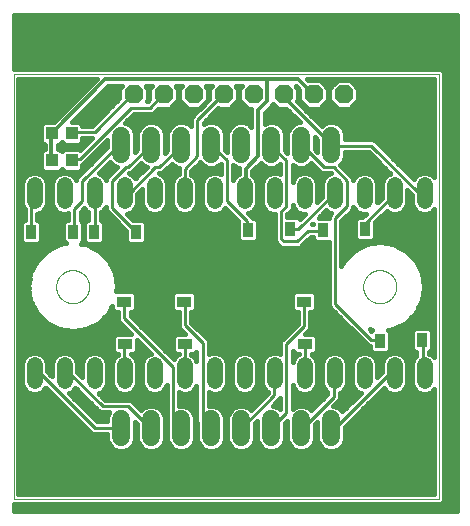
<source format=gtl>
G75*
%MOIN*%
%OFA0B0*%
%FSLAX25Y25*%
%IPPOS*%
%LPD*%
%AMOC8*
5,1,8,0,0,1.08239X$1,22.5*
%
%ADD10C,0.00000*%
%ADD11C,0.05200*%
%ADD12C,0.05937*%
%ADD13R,0.03583X0.04803*%
%ADD14R,0.04803X0.03583*%
%ADD15OC8,0.06300*%
%ADD16R,0.03937X0.04331*%
%ADD17C,0.01200*%
%ADD18C,0.01000*%
%ADD19C,0.01600*%
D10*
X0006000Y0012706D02*
X0006000Y0154438D01*
X0147732Y0154438D01*
X0147732Y0012706D01*
X0006000Y0012706D01*
X0020173Y0083572D02*
X0020175Y0083720D01*
X0020181Y0083868D01*
X0020191Y0084016D01*
X0020205Y0084163D01*
X0020223Y0084310D01*
X0020244Y0084456D01*
X0020270Y0084602D01*
X0020300Y0084747D01*
X0020333Y0084891D01*
X0020371Y0085034D01*
X0020412Y0085176D01*
X0020457Y0085317D01*
X0020505Y0085457D01*
X0020558Y0085596D01*
X0020614Y0085733D01*
X0020674Y0085868D01*
X0020737Y0086002D01*
X0020804Y0086134D01*
X0020875Y0086264D01*
X0020949Y0086392D01*
X0021026Y0086518D01*
X0021107Y0086642D01*
X0021191Y0086764D01*
X0021278Y0086883D01*
X0021369Y0087000D01*
X0021463Y0087115D01*
X0021559Y0087227D01*
X0021659Y0087337D01*
X0021761Y0087443D01*
X0021867Y0087547D01*
X0021975Y0087648D01*
X0022086Y0087746D01*
X0022199Y0087842D01*
X0022315Y0087934D01*
X0022433Y0088023D01*
X0022554Y0088108D01*
X0022677Y0088191D01*
X0022802Y0088270D01*
X0022929Y0088346D01*
X0023058Y0088418D01*
X0023189Y0088487D01*
X0023322Y0088552D01*
X0023457Y0088613D01*
X0023593Y0088671D01*
X0023730Y0088726D01*
X0023869Y0088776D01*
X0024010Y0088823D01*
X0024151Y0088866D01*
X0024294Y0088906D01*
X0024438Y0088941D01*
X0024582Y0088973D01*
X0024728Y0089000D01*
X0024874Y0089024D01*
X0025021Y0089044D01*
X0025168Y0089060D01*
X0025315Y0089072D01*
X0025463Y0089080D01*
X0025611Y0089084D01*
X0025759Y0089084D01*
X0025907Y0089080D01*
X0026055Y0089072D01*
X0026202Y0089060D01*
X0026349Y0089044D01*
X0026496Y0089024D01*
X0026642Y0089000D01*
X0026788Y0088973D01*
X0026932Y0088941D01*
X0027076Y0088906D01*
X0027219Y0088866D01*
X0027360Y0088823D01*
X0027501Y0088776D01*
X0027640Y0088726D01*
X0027777Y0088671D01*
X0027913Y0088613D01*
X0028048Y0088552D01*
X0028181Y0088487D01*
X0028312Y0088418D01*
X0028441Y0088346D01*
X0028568Y0088270D01*
X0028693Y0088191D01*
X0028816Y0088108D01*
X0028937Y0088023D01*
X0029055Y0087934D01*
X0029171Y0087842D01*
X0029284Y0087746D01*
X0029395Y0087648D01*
X0029503Y0087547D01*
X0029609Y0087443D01*
X0029711Y0087337D01*
X0029811Y0087227D01*
X0029907Y0087115D01*
X0030001Y0087000D01*
X0030092Y0086883D01*
X0030179Y0086764D01*
X0030263Y0086642D01*
X0030344Y0086518D01*
X0030421Y0086392D01*
X0030495Y0086264D01*
X0030566Y0086134D01*
X0030633Y0086002D01*
X0030696Y0085868D01*
X0030756Y0085733D01*
X0030812Y0085596D01*
X0030865Y0085457D01*
X0030913Y0085317D01*
X0030958Y0085176D01*
X0030999Y0085034D01*
X0031037Y0084891D01*
X0031070Y0084747D01*
X0031100Y0084602D01*
X0031126Y0084456D01*
X0031147Y0084310D01*
X0031165Y0084163D01*
X0031179Y0084016D01*
X0031189Y0083868D01*
X0031195Y0083720D01*
X0031197Y0083572D01*
X0031195Y0083424D01*
X0031189Y0083276D01*
X0031179Y0083128D01*
X0031165Y0082981D01*
X0031147Y0082834D01*
X0031126Y0082688D01*
X0031100Y0082542D01*
X0031070Y0082397D01*
X0031037Y0082253D01*
X0030999Y0082110D01*
X0030958Y0081968D01*
X0030913Y0081827D01*
X0030865Y0081687D01*
X0030812Y0081548D01*
X0030756Y0081411D01*
X0030696Y0081276D01*
X0030633Y0081142D01*
X0030566Y0081010D01*
X0030495Y0080880D01*
X0030421Y0080752D01*
X0030344Y0080626D01*
X0030263Y0080502D01*
X0030179Y0080380D01*
X0030092Y0080261D01*
X0030001Y0080144D01*
X0029907Y0080029D01*
X0029811Y0079917D01*
X0029711Y0079807D01*
X0029609Y0079701D01*
X0029503Y0079597D01*
X0029395Y0079496D01*
X0029284Y0079398D01*
X0029171Y0079302D01*
X0029055Y0079210D01*
X0028937Y0079121D01*
X0028816Y0079036D01*
X0028693Y0078953D01*
X0028568Y0078874D01*
X0028441Y0078798D01*
X0028312Y0078726D01*
X0028181Y0078657D01*
X0028048Y0078592D01*
X0027913Y0078531D01*
X0027777Y0078473D01*
X0027640Y0078418D01*
X0027501Y0078368D01*
X0027360Y0078321D01*
X0027219Y0078278D01*
X0027076Y0078238D01*
X0026932Y0078203D01*
X0026788Y0078171D01*
X0026642Y0078144D01*
X0026496Y0078120D01*
X0026349Y0078100D01*
X0026202Y0078084D01*
X0026055Y0078072D01*
X0025907Y0078064D01*
X0025759Y0078060D01*
X0025611Y0078060D01*
X0025463Y0078064D01*
X0025315Y0078072D01*
X0025168Y0078084D01*
X0025021Y0078100D01*
X0024874Y0078120D01*
X0024728Y0078144D01*
X0024582Y0078171D01*
X0024438Y0078203D01*
X0024294Y0078238D01*
X0024151Y0078278D01*
X0024010Y0078321D01*
X0023869Y0078368D01*
X0023730Y0078418D01*
X0023593Y0078473D01*
X0023457Y0078531D01*
X0023322Y0078592D01*
X0023189Y0078657D01*
X0023058Y0078726D01*
X0022929Y0078798D01*
X0022802Y0078874D01*
X0022677Y0078953D01*
X0022554Y0079036D01*
X0022433Y0079121D01*
X0022315Y0079210D01*
X0022199Y0079302D01*
X0022086Y0079398D01*
X0021975Y0079496D01*
X0021867Y0079597D01*
X0021761Y0079701D01*
X0021659Y0079807D01*
X0021559Y0079917D01*
X0021463Y0080029D01*
X0021369Y0080144D01*
X0021278Y0080261D01*
X0021191Y0080380D01*
X0021107Y0080502D01*
X0021026Y0080626D01*
X0020949Y0080752D01*
X0020875Y0080880D01*
X0020804Y0081010D01*
X0020737Y0081142D01*
X0020674Y0081276D01*
X0020614Y0081411D01*
X0020558Y0081548D01*
X0020505Y0081687D01*
X0020457Y0081827D01*
X0020412Y0081968D01*
X0020371Y0082110D01*
X0020333Y0082253D01*
X0020300Y0082397D01*
X0020270Y0082542D01*
X0020244Y0082688D01*
X0020223Y0082834D01*
X0020205Y0082981D01*
X0020191Y0083128D01*
X0020181Y0083276D01*
X0020175Y0083424D01*
X0020173Y0083572D01*
X0122535Y0083572D02*
X0122537Y0083720D01*
X0122543Y0083868D01*
X0122553Y0084016D01*
X0122567Y0084163D01*
X0122585Y0084310D01*
X0122606Y0084456D01*
X0122632Y0084602D01*
X0122662Y0084747D01*
X0122695Y0084891D01*
X0122733Y0085034D01*
X0122774Y0085176D01*
X0122819Y0085317D01*
X0122867Y0085457D01*
X0122920Y0085596D01*
X0122976Y0085733D01*
X0123036Y0085868D01*
X0123099Y0086002D01*
X0123166Y0086134D01*
X0123237Y0086264D01*
X0123311Y0086392D01*
X0123388Y0086518D01*
X0123469Y0086642D01*
X0123553Y0086764D01*
X0123640Y0086883D01*
X0123731Y0087000D01*
X0123825Y0087115D01*
X0123921Y0087227D01*
X0124021Y0087337D01*
X0124123Y0087443D01*
X0124229Y0087547D01*
X0124337Y0087648D01*
X0124448Y0087746D01*
X0124561Y0087842D01*
X0124677Y0087934D01*
X0124795Y0088023D01*
X0124916Y0088108D01*
X0125039Y0088191D01*
X0125164Y0088270D01*
X0125291Y0088346D01*
X0125420Y0088418D01*
X0125551Y0088487D01*
X0125684Y0088552D01*
X0125819Y0088613D01*
X0125955Y0088671D01*
X0126092Y0088726D01*
X0126231Y0088776D01*
X0126372Y0088823D01*
X0126513Y0088866D01*
X0126656Y0088906D01*
X0126800Y0088941D01*
X0126944Y0088973D01*
X0127090Y0089000D01*
X0127236Y0089024D01*
X0127383Y0089044D01*
X0127530Y0089060D01*
X0127677Y0089072D01*
X0127825Y0089080D01*
X0127973Y0089084D01*
X0128121Y0089084D01*
X0128269Y0089080D01*
X0128417Y0089072D01*
X0128564Y0089060D01*
X0128711Y0089044D01*
X0128858Y0089024D01*
X0129004Y0089000D01*
X0129150Y0088973D01*
X0129294Y0088941D01*
X0129438Y0088906D01*
X0129581Y0088866D01*
X0129722Y0088823D01*
X0129863Y0088776D01*
X0130002Y0088726D01*
X0130139Y0088671D01*
X0130275Y0088613D01*
X0130410Y0088552D01*
X0130543Y0088487D01*
X0130674Y0088418D01*
X0130803Y0088346D01*
X0130930Y0088270D01*
X0131055Y0088191D01*
X0131178Y0088108D01*
X0131299Y0088023D01*
X0131417Y0087934D01*
X0131533Y0087842D01*
X0131646Y0087746D01*
X0131757Y0087648D01*
X0131865Y0087547D01*
X0131971Y0087443D01*
X0132073Y0087337D01*
X0132173Y0087227D01*
X0132269Y0087115D01*
X0132363Y0087000D01*
X0132454Y0086883D01*
X0132541Y0086764D01*
X0132625Y0086642D01*
X0132706Y0086518D01*
X0132783Y0086392D01*
X0132857Y0086264D01*
X0132928Y0086134D01*
X0132995Y0086002D01*
X0133058Y0085868D01*
X0133118Y0085733D01*
X0133174Y0085596D01*
X0133227Y0085457D01*
X0133275Y0085317D01*
X0133320Y0085176D01*
X0133361Y0085034D01*
X0133399Y0084891D01*
X0133432Y0084747D01*
X0133462Y0084602D01*
X0133488Y0084456D01*
X0133509Y0084310D01*
X0133527Y0084163D01*
X0133541Y0084016D01*
X0133551Y0083868D01*
X0133557Y0083720D01*
X0133559Y0083572D01*
X0133557Y0083424D01*
X0133551Y0083276D01*
X0133541Y0083128D01*
X0133527Y0082981D01*
X0133509Y0082834D01*
X0133488Y0082688D01*
X0133462Y0082542D01*
X0133432Y0082397D01*
X0133399Y0082253D01*
X0133361Y0082110D01*
X0133320Y0081968D01*
X0133275Y0081827D01*
X0133227Y0081687D01*
X0133174Y0081548D01*
X0133118Y0081411D01*
X0133058Y0081276D01*
X0132995Y0081142D01*
X0132928Y0081010D01*
X0132857Y0080880D01*
X0132783Y0080752D01*
X0132706Y0080626D01*
X0132625Y0080502D01*
X0132541Y0080380D01*
X0132454Y0080261D01*
X0132363Y0080144D01*
X0132269Y0080029D01*
X0132173Y0079917D01*
X0132073Y0079807D01*
X0131971Y0079701D01*
X0131865Y0079597D01*
X0131757Y0079496D01*
X0131646Y0079398D01*
X0131533Y0079302D01*
X0131417Y0079210D01*
X0131299Y0079121D01*
X0131178Y0079036D01*
X0131055Y0078953D01*
X0130930Y0078874D01*
X0130803Y0078798D01*
X0130674Y0078726D01*
X0130543Y0078657D01*
X0130410Y0078592D01*
X0130275Y0078531D01*
X0130139Y0078473D01*
X0130002Y0078418D01*
X0129863Y0078368D01*
X0129722Y0078321D01*
X0129581Y0078278D01*
X0129438Y0078238D01*
X0129294Y0078203D01*
X0129150Y0078171D01*
X0129004Y0078144D01*
X0128858Y0078120D01*
X0128711Y0078100D01*
X0128564Y0078084D01*
X0128417Y0078072D01*
X0128269Y0078064D01*
X0128121Y0078060D01*
X0127973Y0078060D01*
X0127825Y0078064D01*
X0127677Y0078072D01*
X0127530Y0078084D01*
X0127383Y0078100D01*
X0127236Y0078120D01*
X0127090Y0078144D01*
X0126944Y0078171D01*
X0126800Y0078203D01*
X0126656Y0078238D01*
X0126513Y0078278D01*
X0126372Y0078321D01*
X0126231Y0078368D01*
X0126092Y0078418D01*
X0125955Y0078473D01*
X0125819Y0078531D01*
X0125684Y0078592D01*
X0125551Y0078657D01*
X0125420Y0078726D01*
X0125291Y0078798D01*
X0125164Y0078874D01*
X0125039Y0078953D01*
X0124916Y0079036D01*
X0124795Y0079121D01*
X0124677Y0079210D01*
X0124561Y0079302D01*
X0124448Y0079398D01*
X0124337Y0079496D01*
X0124229Y0079597D01*
X0124123Y0079701D01*
X0124021Y0079807D01*
X0123921Y0079917D01*
X0123825Y0080029D01*
X0123731Y0080144D01*
X0123640Y0080261D01*
X0123553Y0080380D01*
X0123469Y0080502D01*
X0123388Y0080626D01*
X0123311Y0080752D01*
X0123237Y0080880D01*
X0123166Y0081010D01*
X0123099Y0081142D01*
X0123036Y0081276D01*
X0122976Y0081411D01*
X0122920Y0081548D01*
X0122867Y0081687D01*
X0122819Y0081827D01*
X0122774Y0081968D01*
X0122733Y0082110D01*
X0122695Y0082253D01*
X0122662Y0082397D01*
X0122632Y0082542D01*
X0122606Y0082688D01*
X0122585Y0082834D01*
X0122567Y0082981D01*
X0122553Y0083128D01*
X0122543Y0083276D01*
X0122537Y0083424D01*
X0122535Y0083572D01*
D11*
X0123000Y0057306D02*
X0123000Y0052106D01*
X0113000Y0052106D02*
X0113000Y0057306D01*
X0103000Y0057306D02*
X0103000Y0052106D01*
X0093000Y0052106D02*
X0093000Y0057306D01*
X0083000Y0057306D02*
X0083000Y0052106D01*
X0073000Y0052106D02*
X0073000Y0057306D01*
X0063000Y0057306D02*
X0063000Y0052106D01*
X0053000Y0052106D02*
X0053000Y0057306D01*
X0043000Y0057306D02*
X0043000Y0052106D01*
X0033000Y0052106D02*
X0033000Y0057306D01*
X0023000Y0057306D02*
X0023000Y0052106D01*
X0013000Y0052106D02*
X0013000Y0057306D01*
X0013000Y0112106D02*
X0013000Y0117306D01*
X0023000Y0117306D02*
X0023000Y0112106D01*
X0033000Y0112106D02*
X0033000Y0117306D01*
X0043000Y0117306D02*
X0043000Y0112106D01*
X0053000Y0112106D02*
X0053000Y0117306D01*
X0063000Y0117306D02*
X0063000Y0112106D01*
X0073000Y0112106D02*
X0073000Y0117306D01*
X0083000Y0117306D02*
X0083000Y0112106D01*
X0093000Y0112106D02*
X0093000Y0117306D01*
X0103000Y0117306D02*
X0103000Y0112106D01*
X0113000Y0112106D02*
X0113000Y0117306D01*
X0123000Y0117306D02*
X0123000Y0112106D01*
X0133000Y0112106D02*
X0133000Y0117306D01*
X0143000Y0117306D02*
X0143000Y0112106D01*
X0143000Y0057306D02*
X0143000Y0052106D01*
X0133000Y0052106D02*
X0133000Y0057306D01*
D12*
X0111866Y0039296D02*
X0111866Y0033359D01*
X0101866Y0033359D02*
X0101866Y0039296D01*
X0091866Y0039296D02*
X0091866Y0033359D01*
X0081866Y0033359D02*
X0081866Y0039296D01*
X0071866Y0039296D02*
X0071866Y0033359D01*
X0061866Y0033359D02*
X0061866Y0039296D01*
X0051866Y0039296D02*
X0051866Y0033359D01*
X0041866Y0033359D02*
X0041866Y0039296D01*
X0041866Y0127847D02*
X0041866Y0133784D01*
X0051866Y0133784D02*
X0051866Y0127847D01*
X0061866Y0127847D02*
X0061866Y0133784D01*
X0071866Y0133784D02*
X0071866Y0127847D01*
X0081866Y0127847D02*
X0081866Y0133784D01*
X0091866Y0133784D02*
X0091866Y0127847D01*
X0101866Y0127847D02*
X0101866Y0133784D01*
X0111866Y0133784D02*
X0111866Y0127847D01*
D13*
X0109110Y0102548D03*
X0098224Y0102706D03*
X0084110Y0102548D03*
X0046890Y0101863D03*
X0032776Y0101706D03*
X0025890Y0101863D03*
X0011776Y0101706D03*
X0123224Y0102706D03*
X0128110Y0065548D03*
X0142224Y0065706D03*
D14*
X0103000Y0064481D03*
X0102843Y0078595D03*
X0062843Y0078595D03*
X0063000Y0064481D03*
X0043000Y0064481D03*
X0042843Y0078595D03*
D15*
X0046000Y0147706D03*
X0056000Y0147706D03*
X0066000Y0147706D03*
X0076000Y0147706D03*
X0086000Y0147706D03*
X0096000Y0147706D03*
X0106000Y0147706D03*
X0116000Y0147706D03*
D16*
X0025346Y0134706D03*
X0018654Y0134706D03*
X0018654Y0125706D03*
X0025346Y0125706D03*
D17*
X0018654Y0125706D02*
X0018600Y0126106D01*
X0018600Y0134656D01*
X0018654Y0134706D01*
X0019050Y0135106D01*
X0036600Y0152656D01*
X0090600Y0152656D01*
X0090600Y0145456D01*
X0087450Y0142306D01*
X0087450Y0127006D01*
X0083400Y0122956D01*
X0083400Y0114856D01*
X0083000Y0114706D01*
X0105900Y0147706D02*
X0106000Y0147706D01*
X0105900Y0147706D02*
X0100950Y0152656D01*
X0090600Y0152656D01*
X0096450Y0174123D02*
X0096450Y0174256D01*
D18*
X0096000Y0147706D02*
X0096000Y0146806D01*
X0111750Y0131056D01*
X0111866Y0130816D01*
X0112200Y0130606D01*
X0125250Y0130606D01*
X0141000Y0114856D01*
X0142800Y0114856D01*
X0143000Y0114706D01*
X0133000Y0114706D02*
X0132900Y0114406D01*
X0123450Y0104956D01*
X0123450Y0102706D01*
X0123224Y0102706D01*
X0117150Y0110356D02*
X0117150Y0118906D01*
X0112650Y0123406D01*
X0109500Y0123406D01*
X0102300Y0130606D01*
X0101866Y0130816D01*
X0096900Y0125656D02*
X0091950Y0130606D01*
X0091866Y0130816D01*
X0096900Y0125656D02*
X0096900Y0110356D01*
X0095100Y0108556D01*
X0095100Y0099556D01*
X0096000Y0098656D01*
X0100500Y0098656D01*
X0104100Y0102256D01*
X0109050Y0102256D01*
X0109110Y0102548D01*
X0113100Y0106306D02*
X0117150Y0110356D01*
X0113100Y0106306D02*
X0113100Y0077956D01*
X0125250Y0065806D01*
X0127950Y0065806D01*
X0128110Y0065548D01*
X0131100Y0054556D02*
X0113100Y0036556D01*
X0112200Y0036556D01*
X0111866Y0036328D01*
X0102300Y0036556D02*
X0112650Y0046906D01*
X0112650Y0054556D01*
X0113000Y0054706D01*
X0103200Y0055006D02*
X0103000Y0054706D01*
X0103200Y0055006D02*
X0103200Y0064456D01*
X0103000Y0064481D01*
X0102750Y0070306D02*
X0096900Y0064456D01*
X0096900Y0041506D01*
X0091950Y0036556D01*
X0091866Y0036328D01*
X0082050Y0036556D02*
X0092850Y0047356D01*
X0092850Y0054556D01*
X0093000Y0054706D01*
X0102750Y0070306D02*
X0102750Y0078406D01*
X0102843Y0078595D01*
X0100950Y0102706D02*
X0098224Y0102706D01*
X0100950Y0102706D02*
X0112650Y0114406D01*
X0113000Y0114706D01*
X0083850Y0105406D02*
X0083850Y0102706D01*
X0084110Y0102548D01*
X0083850Y0105406D02*
X0077100Y0112156D01*
X0077100Y0125656D01*
X0072150Y0130606D01*
X0071866Y0130816D01*
X0067200Y0127006D02*
X0067200Y0139156D01*
X0075750Y0147706D01*
X0076000Y0147706D01*
X0061866Y0130816D02*
X0061800Y0130606D01*
X0054600Y0123406D01*
X0053250Y0123406D01*
X0044700Y0114856D01*
X0043350Y0114856D01*
X0043000Y0114706D01*
X0038850Y0118906D02*
X0038850Y0109906D01*
X0046500Y0102256D01*
X0046890Y0101863D01*
X0033000Y0101806D02*
X0033000Y0114706D01*
X0028950Y0112156D02*
X0028950Y0118906D01*
X0040650Y0130606D01*
X0041550Y0130606D01*
X0041866Y0130816D01*
X0043350Y0123406D02*
X0044250Y0123406D01*
X0051450Y0130606D01*
X0051866Y0130816D01*
X0043350Y0123406D02*
X0038850Y0118906D01*
X0028950Y0112156D02*
X0026250Y0109456D01*
X0026250Y0102256D01*
X0025890Y0101863D01*
X0032776Y0101706D02*
X0033000Y0101806D01*
X0013000Y0114706D02*
X0012750Y0114406D01*
X0011850Y0113506D01*
X0011850Y0101806D01*
X0011776Y0101706D01*
X0025346Y0125706D02*
X0025350Y0126106D01*
X0028050Y0126106D01*
X0045150Y0143206D01*
X0051450Y0143206D01*
X0055950Y0147706D01*
X0056000Y0147706D01*
X0046000Y0147706D02*
X0045600Y0147706D01*
X0033000Y0135106D01*
X0025350Y0135106D01*
X0025346Y0134706D01*
X0063150Y0122956D02*
X0063150Y0114856D01*
X0063000Y0114706D01*
X0063150Y0122956D02*
X0067200Y0127006D01*
X0062843Y0078595D02*
X0063150Y0078406D01*
X0063150Y0070756D01*
X0069000Y0064906D01*
X0069000Y0039256D01*
X0071700Y0036556D01*
X0071866Y0036328D01*
X0061866Y0036328D02*
X0061800Y0036556D01*
X0059100Y0039256D01*
X0059100Y0056806D01*
X0042900Y0073006D01*
X0042900Y0078406D01*
X0042843Y0078595D01*
X0043000Y0064481D02*
X0042900Y0064456D01*
X0042900Y0055006D01*
X0043000Y0054706D01*
X0044250Y0043756D02*
X0035700Y0043756D01*
X0024900Y0054556D01*
X0023100Y0054556D01*
X0023000Y0054706D01*
X0015000Y0054556D02*
X0033000Y0036556D01*
X0041550Y0036556D01*
X0041866Y0036328D01*
X0044250Y0043756D02*
X0051450Y0036556D01*
X0051866Y0036328D01*
X0063000Y0054706D02*
X0063150Y0055006D01*
X0063150Y0064456D01*
X0063000Y0064481D01*
X0082050Y0036556D02*
X0081866Y0036328D01*
X0101866Y0036328D02*
X0102300Y0036556D01*
X0131100Y0054556D02*
X0132900Y0054556D01*
X0133000Y0054706D01*
X0142350Y0055456D02*
X0142800Y0055006D01*
X0143000Y0054706D01*
X0142350Y0055456D02*
X0142350Y0065356D01*
X0142224Y0065706D01*
X0015000Y0054556D02*
X0013200Y0054556D01*
X0013000Y0054706D01*
D19*
X0006000Y0011106D02*
X0006000Y0008769D01*
X0153638Y0008769D01*
X0153638Y0174123D01*
X0006000Y0174123D01*
X0006000Y0156038D01*
X0148395Y0156038D01*
X0149332Y0155101D01*
X0149332Y0012043D01*
X0148395Y0011106D01*
X0006000Y0011106D01*
X0006000Y0009508D02*
X0153638Y0009508D01*
X0153638Y0011107D02*
X0148397Y0011107D01*
X0149332Y0012706D02*
X0153638Y0012706D01*
X0153638Y0014304D02*
X0149332Y0014304D01*
X0149332Y0015903D02*
X0153638Y0015903D01*
X0153638Y0017501D02*
X0149332Y0017501D01*
X0149332Y0019100D02*
X0153638Y0019100D01*
X0153638Y0020698D02*
X0149332Y0020698D01*
X0149332Y0022297D02*
X0153638Y0022297D01*
X0153638Y0023895D02*
X0149332Y0023895D01*
X0149332Y0025494D02*
X0153638Y0025494D01*
X0153638Y0027092D02*
X0149332Y0027092D01*
X0149332Y0028691D02*
X0153638Y0028691D01*
X0153638Y0030289D02*
X0149332Y0030289D01*
X0149332Y0031888D02*
X0153638Y0031888D01*
X0153638Y0033486D02*
X0149332Y0033486D01*
X0149332Y0035085D02*
X0153638Y0035085D01*
X0153638Y0036683D02*
X0149332Y0036683D01*
X0149332Y0038282D02*
X0153638Y0038282D01*
X0153638Y0039880D02*
X0149332Y0039880D01*
X0149332Y0041479D02*
X0153638Y0041479D01*
X0153638Y0043077D02*
X0149332Y0043077D01*
X0149332Y0044676D02*
X0153638Y0044676D01*
X0153638Y0046274D02*
X0149332Y0046274D01*
X0149332Y0047873D02*
X0153638Y0047873D01*
X0153638Y0049471D02*
X0149332Y0049471D01*
X0149332Y0051070D02*
X0153638Y0051070D01*
X0153638Y0052668D02*
X0149332Y0052668D01*
X0149332Y0054267D02*
X0153638Y0054267D01*
X0153638Y0055865D02*
X0149332Y0055865D01*
X0149332Y0057464D02*
X0153638Y0057464D01*
X0153638Y0059062D02*
X0149332Y0059062D01*
X0149332Y0060661D02*
X0153638Y0060661D01*
X0153638Y0062259D02*
X0149332Y0062259D01*
X0149332Y0063858D02*
X0153638Y0063858D01*
X0153638Y0065456D02*
X0149332Y0065456D01*
X0149332Y0067055D02*
X0153638Y0067055D01*
X0153638Y0068653D02*
X0149332Y0068653D01*
X0149332Y0070252D02*
X0153638Y0070252D01*
X0153638Y0071850D02*
X0149332Y0071850D01*
X0149332Y0073449D02*
X0153638Y0073449D01*
X0153638Y0075047D02*
X0149332Y0075047D01*
X0149332Y0076646D02*
X0153638Y0076646D01*
X0153638Y0078244D02*
X0149332Y0078244D01*
X0149332Y0079843D02*
X0153638Y0079843D01*
X0153638Y0081441D02*
X0149332Y0081441D01*
X0149332Y0083040D02*
X0153638Y0083040D01*
X0153638Y0084639D02*
X0149332Y0084639D01*
X0149332Y0086237D02*
X0153638Y0086237D01*
X0153638Y0087836D02*
X0149332Y0087836D01*
X0149332Y0089434D02*
X0153638Y0089434D01*
X0153638Y0091033D02*
X0149332Y0091033D01*
X0149332Y0092631D02*
X0153638Y0092631D01*
X0153638Y0094230D02*
X0149332Y0094230D01*
X0149332Y0095828D02*
X0153638Y0095828D01*
X0153638Y0097427D02*
X0149332Y0097427D01*
X0149332Y0099025D02*
X0153638Y0099025D01*
X0153638Y0100624D02*
X0149332Y0100624D01*
X0149332Y0102222D02*
X0153638Y0102222D01*
X0153638Y0103821D02*
X0149332Y0103821D01*
X0149332Y0105419D02*
X0153638Y0105419D01*
X0153638Y0107018D02*
X0149332Y0107018D01*
X0149332Y0108616D02*
X0153638Y0108616D01*
X0153638Y0110215D02*
X0149332Y0110215D01*
X0149332Y0111813D02*
X0153638Y0111813D01*
X0153638Y0113412D02*
X0149332Y0113412D01*
X0149332Y0115010D02*
X0153638Y0115010D01*
X0153638Y0116609D02*
X0149332Y0116609D01*
X0149332Y0118207D02*
X0153638Y0118207D01*
X0153638Y0119806D02*
X0149332Y0119806D01*
X0149332Y0121404D02*
X0153638Y0121404D01*
X0153638Y0123003D02*
X0149332Y0123003D01*
X0149332Y0124601D02*
X0153638Y0124601D01*
X0153638Y0126200D02*
X0149332Y0126200D01*
X0149332Y0127798D02*
X0153638Y0127798D01*
X0153638Y0129397D02*
X0149332Y0129397D01*
X0149332Y0130995D02*
X0153638Y0130995D01*
X0153638Y0132594D02*
X0149332Y0132594D01*
X0149332Y0134192D02*
X0153638Y0134192D01*
X0153638Y0135791D02*
X0149332Y0135791D01*
X0149332Y0137389D02*
X0153638Y0137389D01*
X0153638Y0138988D02*
X0149332Y0138988D01*
X0149332Y0140586D02*
X0153638Y0140586D01*
X0153638Y0142185D02*
X0149332Y0142185D01*
X0149332Y0143783D02*
X0153638Y0143783D01*
X0153638Y0145382D02*
X0149332Y0145382D01*
X0149332Y0146980D02*
X0153638Y0146980D01*
X0153638Y0148579D02*
X0149332Y0148579D01*
X0149332Y0150177D02*
X0153638Y0150177D01*
X0153638Y0151776D02*
X0149332Y0151776D01*
X0149332Y0153375D02*
X0153638Y0153375D01*
X0153638Y0154973D02*
X0149332Y0154973D01*
X0146132Y0152838D02*
X0146132Y0120113D01*
X0145379Y0120866D01*
X0143835Y0121505D01*
X0142165Y0121505D01*
X0140621Y0120866D01*
X0139439Y0119685D01*
X0139352Y0119473D01*
X0127350Y0131475D01*
X0126120Y0132705D01*
X0116435Y0132705D01*
X0116435Y0134693D01*
X0115739Y0136372D01*
X0114454Y0137657D01*
X0112775Y0138353D01*
X0110957Y0138353D01*
X0109278Y0137657D01*
X0108698Y0137077D01*
X0100394Y0145382D01*
X0101606Y0145382D01*
X0101250Y0145738D02*
X0104032Y0142956D01*
X0107968Y0142956D01*
X0110750Y0145738D01*
X0110750Y0149673D01*
X0107968Y0152455D01*
X0104261Y0152455D01*
X0103879Y0152838D01*
X0146132Y0152838D01*
X0146132Y0151776D02*
X0118647Y0151776D01*
X0117968Y0152455D02*
X0114032Y0152455D01*
X0111250Y0149673D01*
X0111250Y0145738D01*
X0114032Y0142956D01*
X0117968Y0142956D01*
X0120750Y0145738D01*
X0120750Y0149673D01*
X0117968Y0152455D01*
X0120246Y0150177D02*
X0146132Y0150177D01*
X0146132Y0148579D02*
X0120750Y0148579D01*
X0120750Y0146980D02*
X0146132Y0146980D01*
X0146132Y0145382D02*
X0120394Y0145382D01*
X0118795Y0143783D02*
X0146132Y0143783D01*
X0146132Y0142185D02*
X0103590Y0142185D01*
X0103205Y0143783D02*
X0101992Y0143783D01*
X0101250Y0145738D02*
X0101250Y0149244D01*
X0100039Y0150456D01*
X0099967Y0150456D01*
X0100750Y0149673D01*
X0100750Y0145738D01*
X0100394Y0145382D01*
X0100750Y0146980D02*
X0101250Y0146980D01*
X0101250Y0148579D02*
X0100750Y0148579D01*
X0100317Y0150177D02*
X0100246Y0150177D01*
X0096880Y0142956D02*
X0094032Y0142956D01*
X0092622Y0144366D01*
X0091511Y0143256D01*
X0089650Y0141394D01*
X0089650Y0137811D01*
X0090957Y0138353D01*
X0092775Y0138353D01*
X0094454Y0137657D01*
X0095739Y0136372D01*
X0096435Y0134693D01*
X0096435Y0129091D01*
X0097298Y0128228D01*
X0097298Y0134693D01*
X0097993Y0136372D01*
X0099278Y0137657D01*
X0100957Y0138353D01*
X0101483Y0138353D01*
X0096880Y0142956D01*
X0097651Y0142185D02*
X0090441Y0142185D01*
X0089650Y0140586D02*
X0099249Y0140586D01*
X0100848Y0138988D02*
X0089650Y0138988D01*
X0092039Y0143783D02*
X0093205Y0143783D01*
X0094722Y0137389D02*
X0099010Y0137389D01*
X0097752Y0135791D02*
X0095980Y0135791D01*
X0096435Y0134192D02*
X0097298Y0134192D01*
X0097298Y0132594D02*
X0096435Y0132594D01*
X0096435Y0130995D02*
X0097298Y0130995D01*
X0097298Y0129397D02*
X0096435Y0129397D01*
X0094800Y0124320D02*
X0094800Y0121106D01*
X0093835Y0121505D01*
X0092165Y0121505D01*
X0090621Y0120866D01*
X0089439Y0119685D01*
X0088800Y0118141D01*
X0088800Y0111270D01*
X0089439Y0109726D01*
X0090621Y0108545D01*
X0092165Y0107906D01*
X0093000Y0107906D01*
X0093000Y0098686D01*
X0094230Y0097456D01*
X0095130Y0096556D01*
X0101370Y0096556D01*
X0102600Y0097786D01*
X0104970Y0100156D01*
X0105719Y0100156D01*
X0105719Y0099484D01*
X0106656Y0098546D01*
X0111000Y0098546D01*
X0111000Y0077086D01*
X0112230Y0075856D01*
X0124380Y0063706D01*
X0124719Y0063706D01*
X0124719Y0062484D01*
X0125656Y0061546D01*
X0130564Y0061546D01*
X0131502Y0062484D01*
X0131502Y0068612D01*
X0130892Y0069222D01*
X0132621Y0069496D01*
X0136746Y0071598D01*
X0136746Y0071598D01*
X0140021Y0074872D01*
X0140021Y0074872D01*
X0142123Y0078998D01*
X0142123Y0078998D01*
X0142847Y0083572D01*
X0142123Y0088145D01*
X0140021Y0092271D01*
X0140021Y0092271D01*
X0140021Y0092271D01*
X0136746Y0095545D01*
X0132621Y0097647D01*
X0132621Y0097647D01*
X0128047Y0098372D01*
X0123474Y0097647D01*
X0119348Y0095545D01*
X0116074Y0092271D01*
X0116074Y0092271D01*
X0115200Y0090556D01*
X0115200Y0105436D01*
X0118020Y0108256D01*
X0119250Y0109486D01*
X0119250Y0110184D01*
X0119439Y0109726D01*
X0120621Y0108545D01*
X0122165Y0107906D01*
X0123430Y0107906D01*
X0122232Y0106707D01*
X0120770Y0106707D01*
X0119833Y0105770D01*
X0119833Y0099641D01*
X0120770Y0098704D01*
X0125678Y0098704D01*
X0126616Y0099641D01*
X0126616Y0105151D01*
X0130315Y0108851D01*
X0130621Y0108545D01*
X0132165Y0107906D01*
X0133835Y0107906D01*
X0135379Y0108545D01*
X0136561Y0109726D01*
X0137200Y0111270D01*
X0137200Y0115686D01*
X0138800Y0114086D01*
X0138800Y0111270D01*
X0139439Y0109726D01*
X0140621Y0108545D01*
X0142165Y0107906D01*
X0143835Y0107906D01*
X0145379Y0108545D01*
X0146132Y0109298D01*
X0146132Y0060113D01*
X0145379Y0060866D01*
X0144450Y0061251D01*
X0144450Y0061704D01*
X0144678Y0061704D01*
X0145616Y0062641D01*
X0145616Y0068770D01*
X0144678Y0069707D01*
X0139770Y0069707D01*
X0138833Y0068770D01*
X0138833Y0062641D01*
X0139770Y0061704D01*
X0140250Y0061704D01*
X0140250Y0060495D01*
X0139439Y0059685D01*
X0138800Y0058141D01*
X0138800Y0051270D01*
X0139439Y0049726D01*
X0140621Y0048545D01*
X0142165Y0047906D01*
X0143835Y0047906D01*
X0145379Y0048545D01*
X0146132Y0049298D01*
X0146132Y0014305D01*
X0007600Y0014305D01*
X0007600Y0152838D01*
X0033671Y0152838D01*
X0019304Y0138471D01*
X0016022Y0138471D01*
X0015085Y0137534D01*
X0015085Y0131877D01*
X0016022Y0130940D01*
X0016400Y0130940D01*
X0016400Y0129471D01*
X0016022Y0129471D01*
X0015085Y0128534D01*
X0015085Y0122877D01*
X0016022Y0121940D01*
X0021285Y0121940D01*
X0022000Y0122655D01*
X0022715Y0121940D01*
X0027978Y0121940D01*
X0028915Y0122877D01*
X0028915Y0124006D01*
X0028920Y0124006D01*
X0037298Y0132383D01*
X0037298Y0130223D01*
X0026850Y0119775D01*
X0026850Y0118986D01*
X0026561Y0119685D01*
X0025379Y0120866D01*
X0023835Y0121505D01*
X0022165Y0121505D01*
X0020621Y0120866D01*
X0019439Y0119685D01*
X0018800Y0118141D01*
X0018800Y0111270D01*
X0019439Y0109726D01*
X0020621Y0108545D01*
X0022165Y0107906D01*
X0023835Y0107906D01*
X0024150Y0108036D01*
X0024150Y0105865D01*
X0023436Y0105865D01*
X0022498Y0104927D01*
X0022498Y0098799D01*
X0023303Y0097994D01*
X0021112Y0097647D01*
X0021112Y0097647D01*
X0016986Y0095545D01*
X0016986Y0095545D01*
X0013712Y0092271D01*
X0013712Y0092271D01*
X0011609Y0088145D01*
X0010885Y0083572D01*
X0010885Y0083572D01*
X0011609Y0078998D01*
X0013712Y0074872D01*
X0016986Y0071598D01*
X0021112Y0069496D01*
X0025685Y0068772D01*
X0030258Y0069496D01*
X0030258Y0069496D01*
X0034384Y0071598D01*
X0034384Y0071598D01*
X0037658Y0074872D01*
X0037658Y0074872D01*
X0038841Y0077193D01*
X0038841Y0076141D01*
X0039778Y0075204D01*
X0040800Y0075204D01*
X0040800Y0072136D01*
X0045063Y0067872D01*
X0039936Y0067872D01*
X0038998Y0066935D01*
X0038998Y0062027D01*
X0039936Y0061090D01*
X0040800Y0061090D01*
X0040800Y0060940D01*
X0040621Y0060866D01*
X0039439Y0059685D01*
X0038800Y0058141D01*
X0038800Y0051270D01*
X0039439Y0049726D01*
X0040621Y0048545D01*
X0042165Y0047906D01*
X0043835Y0047906D01*
X0045379Y0048545D01*
X0046561Y0049726D01*
X0047200Y0051270D01*
X0047200Y0058141D01*
X0046561Y0059685D01*
X0045379Y0060866D01*
X0045000Y0061023D01*
X0045000Y0061090D01*
X0046064Y0061090D01*
X0047002Y0062027D01*
X0047002Y0065934D01*
X0051645Y0061290D01*
X0050621Y0060866D01*
X0049439Y0059685D01*
X0048800Y0058141D01*
X0048800Y0051270D01*
X0049439Y0049726D01*
X0050621Y0048545D01*
X0052165Y0047906D01*
X0053835Y0047906D01*
X0055379Y0048545D01*
X0056561Y0049726D01*
X0057000Y0050787D01*
X0057000Y0038386D01*
X0057298Y0038088D01*
X0057298Y0032450D01*
X0057993Y0030771D01*
X0059278Y0029486D01*
X0060957Y0028791D01*
X0062775Y0028791D01*
X0064454Y0029486D01*
X0065739Y0030771D01*
X0066435Y0032450D01*
X0066435Y0040205D01*
X0065739Y0041884D01*
X0064454Y0043169D01*
X0062775Y0043865D01*
X0061200Y0043865D01*
X0061200Y0048305D01*
X0062165Y0047906D01*
X0063835Y0047906D01*
X0065379Y0048545D01*
X0066561Y0049726D01*
X0066900Y0050546D01*
X0066900Y0038386D01*
X0067298Y0037988D01*
X0067298Y0032450D01*
X0067993Y0030771D01*
X0069278Y0029486D01*
X0070957Y0028791D01*
X0072775Y0028791D01*
X0074454Y0029486D01*
X0075739Y0030771D01*
X0076435Y0032450D01*
X0076435Y0040205D01*
X0075739Y0041884D01*
X0074454Y0043169D01*
X0072775Y0043865D01*
X0071100Y0043865D01*
X0071100Y0048346D01*
X0072165Y0047906D01*
X0073835Y0047906D01*
X0075379Y0048545D01*
X0076561Y0049726D01*
X0077200Y0051270D01*
X0077200Y0058141D01*
X0076561Y0059685D01*
X0075379Y0060866D01*
X0073835Y0061505D01*
X0072165Y0061505D01*
X0071100Y0061065D01*
X0071100Y0065775D01*
X0069870Y0067005D01*
X0065250Y0071625D01*
X0065250Y0075204D01*
X0065907Y0075204D01*
X0066844Y0076141D01*
X0066844Y0081049D01*
X0065907Y0081987D01*
X0059778Y0081987D01*
X0058841Y0081049D01*
X0058841Y0076141D01*
X0059778Y0075204D01*
X0061050Y0075204D01*
X0061050Y0069886D01*
X0063063Y0067872D01*
X0059936Y0067872D01*
X0058998Y0066935D01*
X0058998Y0062027D01*
X0059936Y0061090D01*
X0061050Y0061090D01*
X0061050Y0061044D01*
X0060621Y0060866D01*
X0059439Y0059685D01*
X0059367Y0059509D01*
X0045000Y0073875D01*
X0045000Y0075204D01*
X0045907Y0075204D01*
X0046844Y0076141D01*
X0046844Y0081049D01*
X0045907Y0081987D01*
X0040234Y0081987D01*
X0040485Y0083572D01*
X0039761Y0088145D01*
X0039761Y0088145D01*
X0037658Y0092271D01*
X0034384Y0095545D01*
X0030258Y0097647D01*
X0028421Y0097938D01*
X0029281Y0098799D01*
X0029281Y0104927D01*
X0028350Y0105858D01*
X0028350Y0108586D01*
X0029465Y0109701D01*
X0030621Y0108545D01*
X0030900Y0108429D01*
X0030900Y0105707D01*
X0030322Y0105707D01*
X0029384Y0104770D01*
X0029384Y0098641D01*
X0030322Y0097704D01*
X0035230Y0097704D01*
X0036167Y0098641D01*
X0036167Y0104770D01*
X0035230Y0105707D01*
X0035100Y0105707D01*
X0035100Y0108429D01*
X0035379Y0108545D01*
X0036561Y0109726D01*
X0036750Y0110184D01*
X0036750Y0109036D01*
X0037980Y0107806D01*
X0043498Y0102287D01*
X0043498Y0098799D01*
X0044436Y0097861D01*
X0049344Y0097861D01*
X0050281Y0098799D01*
X0050281Y0104927D01*
X0049344Y0105865D01*
X0045861Y0105865D01*
X0043820Y0107906D01*
X0043835Y0107906D01*
X0045379Y0108545D01*
X0046561Y0109726D01*
X0047200Y0111270D01*
X0047200Y0114386D01*
X0048800Y0115986D01*
X0048800Y0111270D01*
X0049439Y0109726D01*
X0050621Y0108545D01*
X0052165Y0107906D01*
X0053835Y0107906D01*
X0055379Y0108545D01*
X0056561Y0109726D01*
X0057200Y0111270D01*
X0057200Y0118141D01*
X0056561Y0119685D01*
X0055379Y0120866D01*
X0054318Y0121306D01*
X0055470Y0121306D01*
X0058708Y0124544D01*
X0059278Y0123974D01*
X0060957Y0123279D01*
X0061050Y0123279D01*
X0061050Y0121044D01*
X0060621Y0120866D01*
X0059439Y0119685D01*
X0058800Y0118141D01*
X0058800Y0111270D01*
X0059439Y0109726D01*
X0060621Y0108545D01*
X0062165Y0107906D01*
X0063835Y0107906D01*
X0065379Y0108545D01*
X0066561Y0109726D01*
X0067200Y0111270D01*
X0067200Y0118141D01*
X0066561Y0119685D01*
X0065379Y0120866D01*
X0065250Y0120920D01*
X0065250Y0122086D01*
X0068070Y0124906D01*
X0068208Y0125044D01*
X0069278Y0123974D01*
X0070957Y0123279D01*
X0072775Y0123279D01*
X0074454Y0123974D01*
X0075000Y0124520D01*
X0075000Y0121023D01*
X0073835Y0121505D01*
X0072165Y0121505D01*
X0070621Y0120866D01*
X0069439Y0119685D01*
X0068800Y0118141D01*
X0068800Y0111270D01*
X0069439Y0109726D01*
X0070621Y0108545D01*
X0072165Y0107906D01*
X0073835Y0107906D01*
X0075379Y0108545D01*
X0076560Y0109726D01*
X0080719Y0105567D01*
X0080719Y0099484D01*
X0081656Y0098546D01*
X0086564Y0098546D01*
X0087502Y0099484D01*
X0087502Y0105612D01*
X0086564Y0106550D01*
X0085676Y0106550D01*
X0084178Y0108047D01*
X0085379Y0108545D01*
X0086561Y0109726D01*
X0087200Y0111270D01*
X0087200Y0118141D01*
X0086561Y0119685D01*
X0085600Y0120645D01*
X0085600Y0122044D01*
X0088361Y0124806D01*
X0088404Y0124848D01*
X0089278Y0123974D01*
X0090957Y0123279D01*
X0092775Y0123279D01*
X0094454Y0123974D01*
X0094800Y0124320D01*
X0094800Y0123003D02*
X0086559Y0123003D01*
X0085600Y0121404D02*
X0091920Y0121404D01*
X0089561Y0119806D02*
X0086439Y0119806D01*
X0087173Y0118207D02*
X0088827Y0118207D01*
X0088800Y0116609D02*
X0087200Y0116609D01*
X0087200Y0115010D02*
X0088800Y0115010D01*
X0088800Y0113412D02*
X0087200Y0113412D01*
X0087200Y0111813D02*
X0088800Y0111813D01*
X0089237Y0110215D02*
X0086763Y0110215D01*
X0085450Y0108616D02*
X0090550Y0108616D01*
X0093000Y0107018D02*
X0085208Y0107018D01*
X0087502Y0105419D02*
X0093000Y0105419D01*
X0093000Y0103821D02*
X0087502Y0103821D01*
X0087502Y0102222D02*
X0093000Y0102222D01*
X0093000Y0100624D02*
X0087502Y0100624D01*
X0087043Y0099025D02*
X0093000Y0099025D01*
X0094259Y0097427D02*
X0030692Y0097427D01*
X0030258Y0097647D02*
X0030258Y0097647D01*
X0029384Y0099025D02*
X0029281Y0099025D01*
X0029281Y0100624D02*
X0029384Y0100624D01*
X0029384Y0102222D02*
X0029281Y0102222D01*
X0029281Y0103821D02*
X0029384Y0103821D01*
X0028789Y0105419D02*
X0030034Y0105419D01*
X0030900Y0107018D02*
X0028350Y0107018D01*
X0028381Y0108616D02*
X0030550Y0108616D01*
X0035100Y0107018D02*
X0038768Y0107018D01*
X0037169Y0108616D02*
X0035450Y0108616D01*
X0035518Y0105419D02*
X0040366Y0105419D01*
X0041965Y0103821D02*
X0036167Y0103821D01*
X0036167Y0102222D02*
X0043498Y0102222D01*
X0043498Y0100624D02*
X0036167Y0100624D01*
X0036167Y0099025D02*
X0043498Y0099025D01*
X0044708Y0107018D02*
X0079268Y0107018D01*
X0080719Y0105419D02*
X0049789Y0105419D01*
X0050281Y0103821D02*
X0080719Y0103821D01*
X0080719Y0102222D02*
X0050281Y0102222D01*
X0050281Y0100624D02*
X0080719Y0100624D01*
X0081177Y0099025D02*
X0050281Y0099025D01*
X0050550Y0108616D02*
X0045450Y0108616D01*
X0046763Y0110215D02*
X0049237Y0110215D01*
X0048800Y0111813D02*
X0047200Y0111813D01*
X0047200Y0113412D02*
X0048800Y0113412D01*
X0048800Y0115010D02*
X0047825Y0115010D01*
X0046560Y0119685D02*
X0045379Y0120866D01*
X0044318Y0121306D01*
X0045120Y0121306D01*
X0048533Y0124719D01*
X0049278Y0123974D01*
X0050389Y0123514D01*
X0046560Y0119685D01*
X0046680Y0119806D02*
X0046439Y0119806D01*
X0045219Y0121404D02*
X0048279Y0121404D01*
X0046817Y0123003D02*
X0049877Y0123003D01*
X0048651Y0124601D02*
X0048416Y0124601D01*
X0046435Y0128560D02*
X0046435Y0134693D01*
X0045739Y0136372D01*
X0044454Y0137657D01*
X0043123Y0138209D01*
X0046020Y0141106D01*
X0052320Y0141106D01*
X0054170Y0142956D01*
X0057968Y0142956D01*
X0060750Y0145738D01*
X0060750Y0149673D01*
X0059967Y0150456D01*
X0062033Y0150456D01*
X0061250Y0149673D01*
X0061250Y0145738D01*
X0064032Y0142956D01*
X0067968Y0142956D01*
X0070750Y0145738D01*
X0070750Y0149673D01*
X0069967Y0150456D01*
X0072033Y0150456D01*
X0071250Y0149673D01*
X0071250Y0146175D01*
X0065100Y0140025D01*
X0065100Y0137011D01*
X0064454Y0137657D01*
X0062775Y0138353D01*
X0060957Y0138353D01*
X0059278Y0137657D01*
X0057993Y0136372D01*
X0057298Y0134693D01*
X0057298Y0129073D01*
X0056435Y0128210D01*
X0056435Y0134693D01*
X0055739Y0136372D01*
X0054454Y0137657D01*
X0052775Y0138353D01*
X0050957Y0138353D01*
X0049278Y0137657D01*
X0047993Y0136372D01*
X0047298Y0134693D01*
X0047298Y0129423D01*
X0046435Y0128560D01*
X0046435Y0129397D02*
X0047271Y0129397D01*
X0047298Y0130995D02*
X0046435Y0130995D01*
X0046435Y0132594D02*
X0047298Y0132594D01*
X0047298Y0134192D02*
X0046435Y0134192D01*
X0045980Y0135791D02*
X0047752Y0135791D01*
X0049010Y0137389D02*
X0044722Y0137389D01*
X0043902Y0138988D02*
X0065100Y0138988D01*
X0065100Y0137389D02*
X0064722Y0137389D01*
X0065661Y0140586D02*
X0045501Y0140586D01*
X0050317Y0145305D02*
X0050750Y0145738D01*
X0050750Y0149673D01*
X0049967Y0150456D01*
X0052033Y0150456D01*
X0051250Y0149673D01*
X0051250Y0145975D01*
X0050580Y0145305D01*
X0050317Y0145305D01*
X0050394Y0145382D02*
X0050657Y0145382D01*
X0050750Y0146980D02*
X0051250Y0146980D01*
X0051250Y0148579D02*
X0050750Y0148579D01*
X0050246Y0150177D02*
X0051754Y0150177D01*
X0058795Y0143783D02*
X0063205Y0143783D01*
X0061606Y0145382D02*
X0060394Y0145382D01*
X0060750Y0146980D02*
X0061250Y0146980D01*
X0061250Y0148579D02*
X0060750Y0148579D01*
X0060246Y0150177D02*
X0061754Y0150177D01*
X0068795Y0143783D02*
X0068858Y0143783D01*
X0070394Y0145382D02*
X0070457Y0145382D01*
X0070750Y0146980D02*
X0071250Y0146980D01*
X0071250Y0148579D02*
X0070750Y0148579D01*
X0070246Y0150177D02*
X0071754Y0150177D01*
X0074001Y0142987D02*
X0074032Y0142956D01*
X0077968Y0142956D01*
X0080750Y0145738D01*
X0080750Y0149673D01*
X0079967Y0150456D01*
X0082033Y0150456D01*
X0081250Y0149673D01*
X0081250Y0145738D01*
X0084032Y0142956D01*
X0085250Y0142956D01*
X0085250Y0136861D01*
X0084454Y0137657D01*
X0082775Y0138353D01*
X0080957Y0138353D01*
X0079278Y0137657D01*
X0077993Y0136372D01*
X0077298Y0134693D01*
X0077298Y0128428D01*
X0076435Y0129291D01*
X0076435Y0134693D01*
X0075739Y0136372D01*
X0074454Y0137657D01*
X0072775Y0138353D01*
X0070957Y0138353D01*
X0069300Y0137666D01*
X0069300Y0138286D01*
X0074001Y0142987D01*
X0073199Y0142185D02*
X0085250Y0142185D01*
X0085250Y0140586D02*
X0071601Y0140586D01*
X0070002Y0138988D02*
X0085250Y0138988D01*
X0085250Y0137389D02*
X0084722Y0137389D01*
X0083205Y0143783D02*
X0078795Y0143783D01*
X0080394Y0145382D02*
X0081606Y0145382D01*
X0081250Y0146980D02*
X0080750Y0146980D01*
X0080750Y0148579D02*
X0081250Y0148579D01*
X0081754Y0150177D02*
X0080246Y0150177D01*
X0079010Y0137389D02*
X0074722Y0137389D01*
X0075980Y0135791D02*
X0077752Y0135791D01*
X0077298Y0134192D02*
X0076435Y0134192D01*
X0076435Y0132594D02*
X0077298Y0132594D01*
X0077298Y0130995D02*
X0076435Y0130995D01*
X0076435Y0129397D02*
X0077298Y0129397D01*
X0079200Y0124053D02*
X0079278Y0123974D01*
X0080957Y0123279D01*
X0081200Y0123279D01*
X0081200Y0121106D01*
X0080621Y0120866D01*
X0079439Y0119685D01*
X0079200Y0119107D01*
X0079200Y0124053D01*
X0079200Y0123003D02*
X0081200Y0123003D01*
X0081200Y0121404D02*
X0079200Y0121404D01*
X0079200Y0119806D02*
X0079561Y0119806D01*
X0075000Y0121404D02*
X0074080Y0121404D01*
X0075000Y0123003D02*
X0066167Y0123003D01*
X0065250Y0121404D02*
X0071920Y0121404D01*
X0069561Y0119806D02*
X0066439Y0119806D01*
X0067173Y0118207D02*
X0068827Y0118207D01*
X0068800Y0116609D02*
X0067200Y0116609D01*
X0067200Y0115010D02*
X0068800Y0115010D01*
X0068800Y0113412D02*
X0067200Y0113412D01*
X0067200Y0111813D02*
X0068800Y0111813D01*
X0069237Y0110215D02*
X0066763Y0110215D01*
X0065450Y0108616D02*
X0070550Y0108616D01*
X0075450Y0108616D02*
X0077669Y0108616D01*
X0068651Y0124601D02*
X0067766Y0124601D01*
X0061050Y0123003D02*
X0057167Y0123003D01*
X0055569Y0121404D02*
X0061050Y0121404D01*
X0059561Y0119806D02*
X0056439Y0119806D01*
X0057173Y0118207D02*
X0058827Y0118207D01*
X0058800Y0116609D02*
X0057200Y0116609D01*
X0057200Y0115010D02*
X0058800Y0115010D01*
X0058800Y0113412D02*
X0057200Y0113412D01*
X0057200Y0111813D02*
X0058800Y0111813D01*
X0059237Y0110215D02*
X0056763Y0110215D01*
X0055450Y0108616D02*
X0060550Y0108616D01*
X0057298Y0129397D02*
X0056435Y0129397D01*
X0056435Y0130995D02*
X0057298Y0130995D01*
X0057298Y0132594D02*
X0056435Y0132594D01*
X0056435Y0134192D02*
X0057298Y0134192D01*
X0057752Y0135791D02*
X0055980Y0135791D01*
X0054722Y0137389D02*
X0059010Y0137389D01*
X0053399Y0142185D02*
X0067260Y0142185D01*
X0088157Y0124601D02*
X0088651Y0124601D01*
X0094080Y0121404D02*
X0094800Y0121404D01*
X0099000Y0121404D02*
X0101920Y0121404D01*
X0102165Y0121505D02*
X0100621Y0120866D01*
X0099439Y0119685D01*
X0099000Y0118624D01*
X0099000Y0124253D01*
X0099278Y0123974D01*
X0100957Y0123279D01*
X0102775Y0123279D01*
X0104454Y0123974D01*
X0105208Y0124728D01*
X0108630Y0121306D01*
X0111682Y0121306D01*
X0110621Y0120866D01*
X0109439Y0119685D01*
X0108800Y0118141D01*
X0108800Y0113525D01*
X0107200Y0111925D01*
X0107200Y0118141D01*
X0106561Y0119685D01*
X0105379Y0120866D01*
X0103835Y0121505D01*
X0102165Y0121505D01*
X0104080Y0121404D02*
X0108531Y0121404D01*
X0109561Y0119806D02*
X0106439Y0119806D01*
X0107173Y0118207D02*
X0108827Y0118207D01*
X0108800Y0116609D02*
X0107200Y0116609D01*
X0107200Y0115010D02*
X0108800Y0115010D01*
X0108686Y0113412D02*
X0107200Y0113412D01*
X0110190Y0108976D02*
X0110621Y0108545D01*
X0111857Y0108033D01*
X0111000Y0107175D01*
X0111000Y0106550D01*
X0107764Y0106550D01*
X0110190Y0108976D01*
X0109831Y0108616D02*
X0110550Y0108616D01*
X0111000Y0107018D02*
X0108232Y0107018D01*
X0105719Y0104505D02*
X0105719Y0104355D01*
X0105570Y0104355D01*
X0105719Y0104505D01*
X0103180Y0107906D02*
X0101330Y0106055D01*
X0100678Y0106707D01*
X0097200Y0106707D01*
X0097200Y0107686D01*
X0097770Y0108256D01*
X0099000Y0109486D01*
X0099000Y0110787D01*
X0099439Y0109726D01*
X0100621Y0108545D01*
X0102165Y0107906D01*
X0103180Y0107906D01*
X0102292Y0107018D02*
X0097200Y0107018D01*
X0098131Y0108616D02*
X0100550Y0108616D01*
X0099237Y0110215D02*
X0099000Y0110215D01*
X0099000Y0119806D02*
X0099561Y0119806D01*
X0099000Y0123003D02*
X0106933Y0123003D01*
X0105334Y0124601D02*
X0105081Y0124601D01*
X0107298Y0128578D02*
X0106435Y0129441D01*
X0106435Y0133401D01*
X0107298Y0132538D01*
X0107298Y0128578D01*
X0107298Y0129397D02*
X0106479Y0129397D01*
X0106435Y0130995D02*
X0107298Y0130995D01*
X0107242Y0132594D02*
X0106435Y0132594D01*
X0108386Y0137389D02*
X0109010Y0137389D01*
X0106787Y0138988D02*
X0146132Y0138988D01*
X0146132Y0140586D02*
X0105189Y0140586D01*
X0108795Y0143783D02*
X0113205Y0143783D01*
X0111606Y0145382D02*
X0110394Y0145382D01*
X0110750Y0146980D02*
X0111250Y0146980D01*
X0111250Y0148579D02*
X0110750Y0148579D01*
X0110246Y0150177D02*
X0111754Y0150177D01*
X0113353Y0151776D02*
X0108647Y0151776D01*
X0114722Y0137389D02*
X0146132Y0137389D01*
X0146132Y0135791D02*
X0115980Y0135791D01*
X0116435Y0134192D02*
X0146132Y0134192D01*
X0146132Y0132594D02*
X0126231Y0132594D01*
X0127830Y0130995D02*
X0146132Y0130995D01*
X0146132Y0129397D02*
X0129429Y0129397D01*
X0131027Y0127798D02*
X0146132Y0127798D01*
X0146132Y0126200D02*
X0132626Y0126200D01*
X0134224Y0124601D02*
X0146132Y0124601D01*
X0146132Y0123003D02*
X0135823Y0123003D01*
X0137421Y0121404D02*
X0141920Y0121404D01*
X0139561Y0119806D02*
X0139020Y0119806D01*
X0137875Y0115010D02*
X0137200Y0115010D01*
X0137200Y0113412D02*
X0138800Y0113412D01*
X0138800Y0111813D02*
X0137200Y0111813D01*
X0136763Y0110215D02*
X0139237Y0110215D01*
X0140550Y0108616D02*
X0135450Y0108616D01*
X0130550Y0108616D02*
X0130081Y0108616D01*
X0128482Y0107018D02*
X0146132Y0107018D01*
X0146132Y0108616D02*
X0145450Y0108616D01*
X0146132Y0105419D02*
X0126883Y0105419D01*
X0126616Y0103821D02*
X0146132Y0103821D01*
X0146132Y0102222D02*
X0126616Y0102222D01*
X0126616Y0100624D02*
X0146132Y0100624D01*
X0146132Y0099025D02*
X0126000Y0099025D01*
X0123041Y0097427D02*
X0115200Y0097427D01*
X0115200Y0099025D02*
X0120449Y0099025D01*
X0119833Y0100624D02*
X0115200Y0100624D01*
X0115200Y0102222D02*
X0119833Y0102222D01*
X0119833Y0103821D02*
X0115200Y0103821D01*
X0115200Y0105419D02*
X0119833Y0105419D01*
X0122542Y0107018D02*
X0116782Y0107018D01*
X0118381Y0108616D02*
X0120550Y0108616D01*
X0127200Y0111675D02*
X0127200Y0118141D01*
X0126561Y0119685D01*
X0125379Y0120866D01*
X0123835Y0121505D01*
X0122165Y0121505D01*
X0120621Y0120866D01*
X0119439Y0119685D01*
X0119250Y0119227D01*
X0119250Y0119775D01*
X0114753Y0124273D01*
X0115739Y0125259D01*
X0116435Y0126938D01*
X0116435Y0128506D01*
X0124380Y0128506D01*
X0131610Y0121276D01*
X0130621Y0120866D01*
X0129439Y0119685D01*
X0128800Y0118141D01*
X0128800Y0113275D01*
X0127200Y0111675D01*
X0127200Y0111813D02*
X0127338Y0111813D01*
X0127200Y0113412D02*
X0128800Y0113412D01*
X0128800Y0115010D02*
X0127200Y0115010D01*
X0127200Y0116609D02*
X0128800Y0116609D01*
X0128827Y0118207D02*
X0127173Y0118207D01*
X0126439Y0119806D02*
X0129561Y0119806D01*
X0129883Y0123003D02*
X0116023Y0123003D01*
X0115081Y0124601D02*
X0128284Y0124601D01*
X0126686Y0126200D02*
X0116129Y0126200D01*
X0116435Y0127798D02*
X0125087Y0127798D01*
X0124080Y0121404D02*
X0131481Y0121404D01*
X0121920Y0121404D02*
X0117621Y0121404D01*
X0119220Y0119806D02*
X0119561Y0119806D01*
X0106177Y0099025D02*
X0103839Y0099025D01*
X0102241Y0097427D02*
X0111000Y0097427D01*
X0111000Y0095828D02*
X0033829Y0095828D01*
X0034384Y0095545D02*
X0034384Y0095545D01*
X0035700Y0094230D02*
X0111000Y0094230D01*
X0111000Y0092631D02*
X0037298Y0092631D01*
X0037658Y0092271D02*
X0037658Y0092271D01*
X0038289Y0091033D02*
X0111000Y0091033D01*
X0111000Y0089434D02*
X0039104Y0089434D01*
X0039810Y0087836D02*
X0111000Y0087836D01*
X0111000Y0086237D02*
X0040063Y0086237D01*
X0040316Y0084639D02*
X0111000Y0084639D01*
X0111000Y0083040D02*
X0040401Y0083040D01*
X0046452Y0081441D02*
X0059233Y0081441D01*
X0058841Y0079843D02*
X0046844Y0079843D01*
X0046844Y0078244D02*
X0058841Y0078244D01*
X0058841Y0076646D02*
X0046844Y0076646D01*
X0045000Y0075047D02*
X0061050Y0075047D01*
X0061050Y0073449D02*
X0045426Y0073449D01*
X0047025Y0071850D02*
X0061050Y0071850D01*
X0061050Y0070252D02*
X0048623Y0070252D01*
X0050222Y0068653D02*
X0062282Y0068653D01*
X0059118Y0067055D02*
X0051820Y0067055D01*
X0053419Y0065456D02*
X0058998Y0065456D01*
X0058998Y0063858D02*
X0055017Y0063858D01*
X0056616Y0062259D02*
X0058998Y0062259D01*
X0058214Y0060661D02*
X0060416Y0060661D01*
X0065250Y0060920D02*
X0065250Y0061090D01*
X0066064Y0061090D01*
X0066900Y0061925D01*
X0066900Y0058865D01*
X0066561Y0059685D01*
X0065379Y0060866D01*
X0065250Y0060920D01*
X0065584Y0060661D02*
X0066900Y0060661D01*
X0066900Y0059062D02*
X0066818Y0059062D01*
X0071100Y0062259D02*
X0094800Y0062259D01*
X0094800Y0061106D02*
X0093835Y0061505D01*
X0092165Y0061505D01*
X0090621Y0060866D01*
X0089439Y0059685D01*
X0088800Y0058141D01*
X0088800Y0051270D01*
X0089439Y0049726D01*
X0090621Y0048545D01*
X0090750Y0048491D01*
X0090750Y0048225D01*
X0085074Y0042549D01*
X0084454Y0043169D01*
X0082775Y0043865D01*
X0080957Y0043865D01*
X0079278Y0043169D01*
X0077993Y0041884D01*
X0077298Y0040205D01*
X0077298Y0032450D01*
X0077993Y0030771D01*
X0079278Y0029486D01*
X0080957Y0028791D01*
X0082775Y0028791D01*
X0084454Y0029486D01*
X0085739Y0030771D01*
X0086435Y0032450D01*
X0086435Y0037970D01*
X0087298Y0038833D01*
X0087298Y0032450D01*
X0087993Y0030771D01*
X0089278Y0029486D01*
X0090957Y0028791D01*
X0092775Y0028791D01*
X0094454Y0029486D01*
X0095739Y0030771D01*
X0096435Y0032450D01*
X0096435Y0038070D01*
X0097298Y0038933D01*
X0097298Y0032450D01*
X0097993Y0030771D01*
X0099278Y0029486D01*
X0100957Y0028791D01*
X0102775Y0028791D01*
X0104454Y0029486D01*
X0105739Y0030771D01*
X0106435Y0032450D01*
X0106435Y0037720D01*
X0107298Y0038583D01*
X0107298Y0032450D01*
X0107993Y0030771D01*
X0109278Y0029486D01*
X0110957Y0028791D01*
X0112775Y0028791D01*
X0114454Y0029486D01*
X0115739Y0030771D01*
X0116435Y0032450D01*
X0116435Y0036920D01*
X0129381Y0049867D01*
X0129439Y0049726D01*
X0130621Y0048545D01*
X0132165Y0047906D01*
X0133835Y0047906D01*
X0135379Y0048545D01*
X0136561Y0049726D01*
X0137200Y0051270D01*
X0137200Y0058141D01*
X0136561Y0059685D01*
X0135379Y0060866D01*
X0133835Y0061505D01*
X0132165Y0061505D01*
X0130621Y0060866D01*
X0129439Y0059685D01*
X0128800Y0058141D01*
X0128800Y0055225D01*
X0127200Y0053625D01*
X0127200Y0058141D01*
X0126561Y0059685D01*
X0125379Y0060866D01*
X0123835Y0061505D01*
X0122165Y0061505D01*
X0120621Y0060866D01*
X0119439Y0059685D01*
X0118800Y0058141D01*
X0118800Y0051270D01*
X0119439Y0049726D01*
X0120621Y0048545D01*
X0121681Y0048106D01*
X0115599Y0042024D01*
X0114454Y0043169D01*
X0112775Y0043865D01*
X0112579Y0043865D01*
X0114750Y0046036D01*
X0114750Y0048284D01*
X0115379Y0048545D01*
X0116561Y0049726D01*
X0117200Y0051270D01*
X0117200Y0058141D01*
X0116561Y0059685D01*
X0115379Y0060866D01*
X0113835Y0061505D01*
X0112165Y0061505D01*
X0110621Y0060866D01*
X0109439Y0059685D01*
X0108800Y0058141D01*
X0108800Y0051270D01*
X0109439Y0049726D01*
X0110550Y0048616D01*
X0110550Y0047775D01*
X0105199Y0042424D01*
X0104454Y0043169D01*
X0102775Y0043865D01*
X0100957Y0043865D01*
X0099278Y0043169D01*
X0099000Y0042891D01*
X0099000Y0050787D01*
X0099439Y0049726D01*
X0100621Y0048545D01*
X0102165Y0047906D01*
X0103835Y0047906D01*
X0105379Y0048545D01*
X0106561Y0049726D01*
X0107200Y0051270D01*
X0107200Y0058141D01*
X0106561Y0059685D01*
X0105379Y0060866D01*
X0105300Y0060899D01*
X0105300Y0061090D01*
X0106064Y0061090D01*
X0107002Y0062027D01*
X0107002Y0066935D01*
X0106064Y0067872D01*
X0103287Y0067872D01*
X0104850Y0069436D01*
X0104850Y0075204D01*
X0105907Y0075204D01*
X0106844Y0076141D01*
X0106844Y0081049D01*
X0105907Y0081987D01*
X0099778Y0081987D01*
X0098841Y0081049D01*
X0098841Y0076141D01*
X0099778Y0075204D01*
X0100650Y0075204D01*
X0100650Y0071175D01*
X0096030Y0066555D01*
X0094800Y0065325D01*
X0094800Y0061106D01*
X0094800Y0063858D02*
X0071100Y0063858D01*
X0071100Y0065456D02*
X0094931Y0065456D01*
X0096530Y0067055D02*
X0069820Y0067055D01*
X0068222Y0068653D02*
X0098128Y0068653D01*
X0099727Y0070252D02*
X0066623Y0070252D01*
X0065250Y0071850D02*
X0100650Y0071850D01*
X0100650Y0073449D02*
X0065250Y0073449D01*
X0065250Y0075047D02*
X0100650Y0075047D01*
X0098841Y0076646D02*
X0066844Y0076646D01*
X0066844Y0078244D02*
X0098841Y0078244D01*
X0098841Y0079843D02*
X0066844Y0079843D01*
X0066452Y0081441D02*
X0099233Y0081441D01*
X0104850Y0075047D02*
X0113038Y0075047D01*
X0114637Y0073449D02*
X0104850Y0073449D01*
X0104850Y0071850D02*
X0116235Y0071850D01*
X0117834Y0070252D02*
X0104850Y0070252D01*
X0104068Y0068653D02*
X0119432Y0068653D01*
X0121031Y0067055D02*
X0106882Y0067055D01*
X0107002Y0065456D02*
X0122629Y0065456D01*
X0124228Y0063858D02*
X0107002Y0063858D01*
X0107002Y0062259D02*
X0124943Y0062259D01*
X0125584Y0060661D02*
X0130416Y0060661D01*
X0131277Y0062259D02*
X0139215Y0062259D01*
X0138833Y0063858D02*
X0131502Y0063858D01*
X0131502Y0065456D02*
X0138833Y0065456D01*
X0138833Y0067055D02*
X0131502Y0067055D01*
X0131460Y0068653D02*
X0138833Y0068653D01*
X0136999Y0071850D02*
X0146132Y0071850D01*
X0146132Y0070252D02*
X0134104Y0070252D01*
X0132621Y0069496D02*
X0132621Y0069496D01*
X0138597Y0073449D02*
X0146132Y0073449D01*
X0146132Y0075047D02*
X0140110Y0075047D01*
X0140924Y0076646D02*
X0146132Y0076646D01*
X0146132Y0078244D02*
X0141739Y0078244D01*
X0142257Y0079843D02*
X0146132Y0079843D01*
X0146132Y0081441D02*
X0142510Y0081441D01*
X0142763Y0083040D02*
X0146132Y0083040D01*
X0146132Y0084639D02*
X0142678Y0084639D01*
X0142425Y0086237D02*
X0146132Y0086237D01*
X0146132Y0087836D02*
X0142172Y0087836D01*
X0142123Y0088145D02*
X0142123Y0088145D01*
X0141466Y0089434D02*
X0146132Y0089434D01*
X0146132Y0091033D02*
X0140652Y0091033D01*
X0139660Y0092631D02*
X0146132Y0092631D01*
X0146132Y0094230D02*
X0138062Y0094230D01*
X0136746Y0095545D02*
X0136746Y0095545D01*
X0136191Y0095828D02*
X0146132Y0095828D01*
X0146132Y0097427D02*
X0133054Y0097427D01*
X0119903Y0095828D02*
X0115200Y0095828D01*
X0115200Y0094230D02*
X0118033Y0094230D01*
X0119348Y0095545D02*
X0119348Y0095545D01*
X0116434Y0092631D02*
X0115200Y0092631D01*
X0115200Y0091033D02*
X0115443Y0091033D01*
X0111000Y0081441D02*
X0106452Y0081441D01*
X0106844Y0079843D02*
X0111000Y0079843D01*
X0111000Y0078244D02*
X0106844Y0078244D01*
X0106844Y0076646D02*
X0111440Y0076646D01*
X0124728Y0069297D02*
X0125312Y0069205D01*
X0125066Y0068959D01*
X0124728Y0069297D01*
X0120416Y0060661D02*
X0115584Y0060661D01*
X0116818Y0059062D02*
X0119182Y0059062D01*
X0118800Y0057464D02*
X0117200Y0057464D01*
X0117200Y0055865D02*
X0118800Y0055865D01*
X0118800Y0054267D02*
X0117200Y0054267D01*
X0117200Y0052668D02*
X0118800Y0052668D01*
X0118883Y0051070D02*
X0117117Y0051070D01*
X0116305Y0049471D02*
X0119695Y0049471D01*
X0121447Y0047873D02*
X0114750Y0047873D01*
X0114750Y0046274D02*
X0119849Y0046274D01*
X0118250Y0044676D02*
X0113390Y0044676D01*
X0114546Y0043077D02*
X0116652Y0043077D01*
X0119395Y0039880D02*
X0146132Y0039880D01*
X0146132Y0038282D02*
X0117796Y0038282D01*
X0116435Y0036683D02*
X0146132Y0036683D01*
X0146132Y0035085D02*
X0116435Y0035085D01*
X0116435Y0033486D02*
X0146132Y0033486D01*
X0146132Y0031888D02*
X0116202Y0031888D01*
X0115257Y0030289D02*
X0146132Y0030289D01*
X0146132Y0028691D02*
X0007600Y0028691D01*
X0007600Y0030289D02*
X0038475Y0030289D01*
X0037993Y0030771D02*
X0039278Y0029486D01*
X0040957Y0028791D01*
X0042775Y0028791D01*
X0044454Y0029486D01*
X0045739Y0030771D01*
X0046435Y0032450D01*
X0046435Y0038601D01*
X0047298Y0037738D01*
X0047298Y0032450D01*
X0047993Y0030771D01*
X0049278Y0029486D01*
X0050957Y0028791D01*
X0052775Y0028791D01*
X0054454Y0029486D01*
X0055739Y0030771D01*
X0056435Y0032450D01*
X0056435Y0040205D01*
X0055739Y0041884D01*
X0054454Y0043169D01*
X0052775Y0043865D01*
X0050957Y0043865D01*
X0049278Y0043169D01*
X0048542Y0042433D01*
X0045120Y0045855D01*
X0036570Y0045855D01*
X0034319Y0048106D01*
X0035379Y0048545D01*
X0036561Y0049726D01*
X0037200Y0051270D01*
X0037200Y0058141D01*
X0036561Y0059685D01*
X0035379Y0060866D01*
X0033835Y0061505D01*
X0032165Y0061505D01*
X0030621Y0060866D01*
X0029439Y0059685D01*
X0028800Y0058141D01*
X0028800Y0053625D01*
X0027200Y0055225D01*
X0027200Y0058141D01*
X0026561Y0059685D01*
X0025379Y0060866D01*
X0023835Y0061505D01*
X0022165Y0061505D01*
X0020621Y0060866D01*
X0019439Y0059685D01*
X0018800Y0058141D01*
X0018800Y0053725D01*
X0017200Y0055325D01*
X0017200Y0058141D01*
X0016561Y0059685D01*
X0015379Y0060866D01*
X0013835Y0061505D01*
X0012165Y0061505D01*
X0010621Y0060866D01*
X0009439Y0059685D01*
X0008800Y0058141D01*
X0008800Y0051270D01*
X0009439Y0049726D01*
X0010621Y0048545D01*
X0012165Y0047906D01*
X0013835Y0047906D01*
X0015379Y0048545D01*
X0016561Y0049726D01*
X0016648Y0049938D01*
X0030900Y0035686D01*
X0032130Y0034456D01*
X0037298Y0034456D01*
X0037298Y0032450D01*
X0037993Y0030771D01*
X0037531Y0031888D02*
X0007600Y0031888D01*
X0007600Y0033486D02*
X0037298Y0033486D01*
X0037298Y0038655D02*
X0033870Y0038655D01*
X0024390Y0048135D01*
X0025379Y0048545D01*
X0026561Y0049726D01*
X0026619Y0049867D01*
X0033600Y0042886D01*
X0034830Y0041656D01*
X0037899Y0041656D01*
X0037298Y0040205D01*
X0037298Y0038655D01*
X0037298Y0039880D02*
X0032645Y0039880D01*
X0031047Y0041479D02*
X0037825Y0041479D01*
X0033408Y0043077D02*
X0029448Y0043077D01*
X0027850Y0044676D02*
X0031810Y0044676D01*
X0030211Y0046274D02*
X0026251Y0046274D01*
X0024653Y0047873D02*
X0028613Y0047873D01*
X0027014Y0049471D02*
X0026305Y0049471D01*
X0028159Y0054267D02*
X0028800Y0054267D01*
X0028800Y0055865D02*
X0027200Y0055865D01*
X0027200Y0057464D02*
X0028800Y0057464D01*
X0029182Y0059062D02*
X0026818Y0059062D01*
X0025584Y0060661D02*
X0030416Y0060661D01*
X0035584Y0060661D02*
X0040416Y0060661D01*
X0039182Y0059062D02*
X0036818Y0059062D01*
X0037200Y0057464D02*
X0038800Y0057464D01*
X0038800Y0055865D02*
X0037200Y0055865D01*
X0037200Y0054267D02*
X0038800Y0054267D01*
X0038800Y0052668D02*
X0037200Y0052668D01*
X0037117Y0051070D02*
X0038883Y0051070D01*
X0039695Y0049471D02*
X0036305Y0049471D01*
X0034553Y0047873D02*
X0057000Y0047873D01*
X0057000Y0049471D02*
X0056305Y0049471D01*
X0057000Y0046274D02*
X0036151Y0046274D01*
X0028304Y0038282D02*
X0007600Y0038282D01*
X0007600Y0039880D02*
X0026705Y0039880D01*
X0025107Y0041479D02*
X0007600Y0041479D01*
X0007600Y0043077D02*
X0023508Y0043077D01*
X0021910Y0044676D02*
X0007600Y0044676D01*
X0007600Y0046274D02*
X0020311Y0046274D01*
X0018713Y0047873D02*
X0007600Y0047873D01*
X0007600Y0049471D02*
X0009695Y0049471D01*
X0008883Y0051070D02*
X0007600Y0051070D01*
X0007600Y0052668D02*
X0008800Y0052668D01*
X0008800Y0054267D02*
X0007600Y0054267D01*
X0007600Y0055865D02*
X0008800Y0055865D01*
X0008800Y0057464D02*
X0007600Y0057464D01*
X0007600Y0059062D02*
X0009182Y0059062D01*
X0010416Y0060661D02*
X0007600Y0060661D01*
X0007600Y0062259D02*
X0038998Y0062259D01*
X0038998Y0063858D02*
X0007600Y0063858D01*
X0007600Y0065456D02*
X0038998Y0065456D01*
X0039118Y0067055D02*
X0007600Y0067055D01*
X0007600Y0068653D02*
X0044282Y0068653D01*
X0042684Y0070252D02*
X0031742Y0070252D01*
X0034384Y0071598D02*
X0034384Y0071598D01*
X0034636Y0071850D02*
X0041085Y0071850D01*
X0040800Y0073449D02*
X0036235Y0073449D01*
X0037748Y0075047D02*
X0040800Y0075047D01*
X0038841Y0076646D02*
X0038562Y0076646D01*
X0047002Y0065456D02*
X0047479Y0065456D01*
X0047002Y0063858D02*
X0049078Y0063858D01*
X0050676Y0062259D02*
X0047002Y0062259D01*
X0045584Y0060661D02*
X0050416Y0060661D01*
X0049182Y0059062D02*
X0046818Y0059062D01*
X0047200Y0057464D02*
X0048800Y0057464D01*
X0048800Y0055865D02*
X0047200Y0055865D01*
X0047200Y0054267D02*
X0048800Y0054267D01*
X0048800Y0052668D02*
X0047200Y0052668D01*
X0047117Y0051070D02*
X0048883Y0051070D01*
X0049695Y0049471D02*
X0046305Y0049471D01*
X0046300Y0044676D02*
X0057000Y0044676D01*
X0057000Y0043077D02*
X0054546Y0043077D01*
X0055907Y0041479D02*
X0057000Y0041479D01*
X0057000Y0039880D02*
X0056435Y0039880D01*
X0056435Y0038282D02*
X0057104Y0038282D01*
X0057298Y0036683D02*
X0056435Y0036683D01*
X0056435Y0035085D02*
X0057298Y0035085D01*
X0057298Y0033486D02*
X0056435Y0033486D01*
X0056202Y0031888D02*
X0057531Y0031888D01*
X0058475Y0030289D02*
X0055257Y0030289D01*
X0048475Y0030289D02*
X0045257Y0030289D01*
X0046202Y0031888D02*
X0047531Y0031888D01*
X0047298Y0033486D02*
X0046435Y0033486D01*
X0046435Y0035085D02*
X0047298Y0035085D01*
X0047298Y0036683D02*
X0046435Y0036683D01*
X0046435Y0038282D02*
X0046754Y0038282D01*
X0047898Y0043077D02*
X0049186Y0043077D01*
X0061200Y0044676D02*
X0066900Y0044676D01*
X0066900Y0046274D02*
X0061200Y0046274D01*
X0061200Y0047873D02*
X0066900Y0047873D01*
X0066900Y0049471D02*
X0066305Y0049471D01*
X0071100Y0047873D02*
X0090397Y0047873D01*
X0089695Y0049471D02*
X0086305Y0049471D01*
X0086561Y0049726D02*
X0087200Y0051270D01*
X0087200Y0058141D01*
X0086561Y0059685D01*
X0085379Y0060866D01*
X0083835Y0061505D01*
X0082165Y0061505D01*
X0080621Y0060866D01*
X0079439Y0059685D01*
X0078800Y0058141D01*
X0078800Y0051270D01*
X0079439Y0049726D01*
X0080621Y0048545D01*
X0082165Y0047906D01*
X0083835Y0047906D01*
X0085379Y0048545D01*
X0086561Y0049726D01*
X0087117Y0051070D02*
X0088883Y0051070D01*
X0088800Y0052668D02*
X0087200Y0052668D01*
X0087200Y0054267D02*
X0088800Y0054267D01*
X0088800Y0055865D02*
X0087200Y0055865D01*
X0087200Y0057464D02*
X0088800Y0057464D01*
X0089182Y0059062D02*
X0086818Y0059062D01*
X0085584Y0060661D02*
X0090416Y0060661D01*
X0099000Y0060661D02*
X0100416Y0060661D01*
X0100621Y0060866D02*
X0099439Y0059685D01*
X0099000Y0058624D01*
X0099000Y0062025D01*
X0099936Y0061090D01*
X0101100Y0061090D01*
X0101100Y0061065D01*
X0100621Y0060866D01*
X0099182Y0059062D02*
X0099000Y0059062D01*
X0105584Y0060661D02*
X0110416Y0060661D01*
X0109182Y0059062D02*
X0106818Y0059062D01*
X0107200Y0057464D02*
X0108800Y0057464D01*
X0108800Y0055865D02*
X0107200Y0055865D01*
X0107200Y0054267D02*
X0108800Y0054267D01*
X0108800Y0052668D02*
X0107200Y0052668D01*
X0107117Y0051070D02*
X0108883Y0051070D01*
X0109695Y0049471D02*
X0106305Y0049471D01*
X0109049Y0046274D02*
X0099000Y0046274D01*
X0099000Y0044676D02*
X0107450Y0044676D01*
X0105852Y0043077D02*
X0104546Y0043077D01*
X0099186Y0043077D02*
X0099000Y0043077D01*
X0094800Y0043077D02*
X0094546Y0043077D01*
X0094454Y0043169D02*
X0092775Y0043865D01*
X0092329Y0043865D01*
X0094800Y0046336D01*
X0094800Y0042823D01*
X0094454Y0043169D01*
X0094800Y0044676D02*
X0093140Y0044676D01*
X0094739Y0046274D02*
X0094800Y0046274D01*
X0099000Y0047873D02*
X0110550Y0047873D01*
X0107298Y0038282D02*
X0106996Y0038282D01*
X0107298Y0036683D02*
X0106435Y0036683D01*
X0106435Y0035085D02*
X0107298Y0035085D01*
X0107298Y0033486D02*
X0106435Y0033486D01*
X0106202Y0031888D02*
X0107531Y0031888D01*
X0108475Y0030289D02*
X0105257Y0030289D01*
X0098475Y0030289D02*
X0095257Y0030289D01*
X0096202Y0031888D02*
X0097531Y0031888D01*
X0097298Y0033486D02*
X0096435Y0033486D01*
X0096435Y0035085D02*
X0097298Y0035085D01*
X0097298Y0036683D02*
X0096435Y0036683D01*
X0096646Y0038282D02*
X0097298Y0038282D01*
X0088799Y0046274D02*
X0071100Y0046274D01*
X0071100Y0044676D02*
X0087200Y0044676D01*
X0085602Y0043077D02*
X0084546Y0043077D01*
X0086746Y0038282D02*
X0087298Y0038282D01*
X0087298Y0036683D02*
X0086435Y0036683D01*
X0086435Y0035085D02*
X0087298Y0035085D01*
X0087298Y0033486D02*
X0086435Y0033486D01*
X0086202Y0031888D02*
X0087531Y0031888D01*
X0088475Y0030289D02*
X0085257Y0030289D01*
X0078475Y0030289D02*
X0075257Y0030289D01*
X0076202Y0031888D02*
X0077531Y0031888D01*
X0077298Y0033486D02*
X0076435Y0033486D01*
X0076435Y0035085D02*
X0077298Y0035085D01*
X0077298Y0036683D02*
X0076435Y0036683D01*
X0076435Y0038282D02*
X0077298Y0038282D01*
X0077298Y0039880D02*
X0076435Y0039880D01*
X0075907Y0041479D02*
X0077825Y0041479D01*
X0079186Y0043077D02*
X0074546Y0043077D01*
X0076305Y0049471D02*
X0079695Y0049471D01*
X0078883Y0051070D02*
X0077117Y0051070D01*
X0077200Y0052668D02*
X0078800Y0052668D01*
X0078800Y0054267D02*
X0077200Y0054267D01*
X0077200Y0055865D02*
X0078800Y0055865D01*
X0078800Y0057464D02*
X0077200Y0057464D01*
X0076818Y0059062D02*
X0079182Y0059062D01*
X0080416Y0060661D02*
X0075584Y0060661D01*
X0066900Y0043077D02*
X0064546Y0043077D01*
X0065907Y0041479D02*
X0066900Y0041479D01*
X0066900Y0039880D02*
X0066435Y0039880D01*
X0066435Y0038282D02*
X0067004Y0038282D01*
X0067298Y0036683D02*
X0066435Y0036683D01*
X0066435Y0035085D02*
X0067298Y0035085D01*
X0067298Y0033486D02*
X0066435Y0033486D01*
X0066202Y0031888D02*
X0067531Y0031888D01*
X0068475Y0030289D02*
X0065257Y0030289D01*
X0031501Y0035085D02*
X0007600Y0035085D01*
X0007600Y0036683D02*
X0029902Y0036683D01*
X0017114Y0049471D02*
X0016305Y0049471D01*
X0018259Y0054267D02*
X0018800Y0054267D01*
X0018800Y0055865D02*
X0017200Y0055865D01*
X0017200Y0057464D02*
X0018800Y0057464D01*
X0019182Y0059062D02*
X0016818Y0059062D01*
X0015584Y0060661D02*
X0020416Y0060661D01*
X0021112Y0069496D02*
X0021112Y0069496D01*
X0019628Y0070252D02*
X0007600Y0070252D01*
X0007600Y0071850D02*
X0016734Y0071850D01*
X0016986Y0071598D02*
X0016986Y0071598D01*
X0015135Y0073449D02*
X0007600Y0073449D01*
X0007600Y0075047D02*
X0013622Y0075047D01*
X0013712Y0074872D02*
X0013712Y0074872D01*
X0012808Y0076646D02*
X0007600Y0076646D01*
X0007600Y0078244D02*
X0011993Y0078244D01*
X0011609Y0078998D02*
X0011609Y0078998D01*
X0011476Y0079843D02*
X0007600Y0079843D01*
X0007600Y0081441D02*
X0011222Y0081441D01*
X0010969Y0083040D02*
X0007600Y0083040D01*
X0007600Y0084639D02*
X0011054Y0084639D01*
X0011307Y0086237D02*
X0007600Y0086237D01*
X0007600Y0087836D02*
X0011560Y0087836D01*
X0011609Y0088145D02*
X0011609Y0088145D01*
X0012266Y0089434D02*
X0007600Y0089434D01*
X0007600Y0091033D02*
X0013081Y0091033D01*
X0014072Y0092631D02*
X0007600Y0092631D01*
X0007600Y0094230D02*
X0015670Y0094230D01*
X0017541Y0095828D02*
X0007600Y0095828D01*
X0007600Y0097427D02*
X0020678Y0097427D01*
X0022498Y0099025D02*
X0015167Y0099025D01*
X0015167Y0098641D02*
X0014230Y0097704D01*
X0009322Y0097704D01*
X0008384Y0098641D01*
X0008384Y0104770D01*
X0009322Y0105707D01*
X0009750Y0105707D01*
X0009750Y0109416D01*
X0009439Y0109726D01*
X0008800Y0111270D01*
X0008800Y0118141D01*
X0009439Y0119685D01*
X0010621Y0120866D01*
X0012165Y0121505D01*
X0013835Y0121505D01*
X0015379Y0120866D01*
X0016561Y0119685D01*
X0017200Y0118141D01*
X0017200Y0111270D01*
X0016561Y0109726D01*
X0015379Y0108545D01*
X0013950Y0107953D01*
X0013950Y0105707D01*
X0014230Y0105707D01*
X0015167Y0104770D01*
X0015167Y0098641D01*
X0015167Y0100624D02*
X0022498Y0100624D01*
X0022498Y0102222D02*
X0015167Y0102222D01*
X0015167Y0103821D02*
X0022498Y0103821D01*
X0022990Y0105419D02*
X0014518Y0105419D01*
X0013950Y0107018D02*
X0024150Y0107018D01*
X0020550Y0108616D02*
X0015450Y0108616D01*
X0016763Y0110215D02*
X0019237Y0110215D01*
X0018800Y0111813D02*
X0017200Y0111813D01*
X0017200Y0113412D02*
X0018800Y0113412D01*
X0018800Y0115010D02*
X0017200Y0115010D01*
X0017200Y0116609D02*
X0018800Y0116609D01*
X0018827Y0118207D02*
X0017173Y0118207D01*
X0016439Y0119806D02*
X0019561Y0119806D01*
X0021920Y0121404D02*
X0014080Y0121404D01*
X0015085Y0123003D02*
X0007600Y0123003D01*
X0007600Y0124601D02*
X0015085Y0124601D01*
X0015085Y0126200D02*
X0007600Y0126200D01*
X0007600Y0127798D02*
X0015085Y0127798D01*
X0015948Y0129397D02*
X0007600Y0129397D01*
X0007600Y0130995D02*
X0015967Y0130995D01*
X0015085Y0132594D02*
X0007600Y0132594D01*
X0007600Y0134192D02*
X0015085Y0134192D01*
X0015085Y0135791D02*
X0007600Y0135791D01*
X0007600Y0137389D02*
X0015085Y0137389D01*
X0019821Y0138988D02*
X0007600Y0138988D01*
X0007600Y0140586D02*
X0021420Y0140586D01*
X0023018Y0142185D02*
X0007600Y0142185D01*
X0007600Y0143783D02*
X0024617Y0143783D01*
X0026215Y0145382D02*
X0007600Y0145382D01*
X0007600Y0146980D02*
X0027814Y0146980D01*
X0029412Y0148579D02*
X0007600Y0148579D01*
X0007600Y0150177D02*
X0031011Y0150177D01*
X0032609Y0151776D02*
X0007600Y0151776D01*
X0006000Y0156572D02*
X0153638Y0156572D01*
X0153638Y0158170D02*
X0006000Y0158170D01*
X0006000Y0159769D02*
X0153638Y0159769D01*
X0153638Y0161367D02*
X0006000Y0161367D01*
X0006000Y0162966D02*
X0153638Y0162966D01*
X0153638Y0164564D02*
X0006000Y0164564D01*
X0006000Y0166163D02*
X0153638Y0166163D01*
X0153638Y0167761D02*
X0006000Y0167761D01*
X0006000Y0169360D02*
X0153638Y0169360D01*
X0153638Y0170958D02*
X0006000Y0170958D01*
X0006000Y0172557D02*
X0153638Y0172557D01*
X0146132Y0121404D02*
X0144080Y0121404D01*
X0145616Y0068653D02*
X0146132Y0068653D01*
X0146132Y0067055D02*
X0145616Y0067055D01*
X0145616Y0065456D02*
X0146132Y0065456D01*
X0146132Y0063858D02*
X0145616Y0063858D01*
X0145234Y0062259D02*
X0146132Y0062259D01*
X0146132Y0060661D02*
X0145584Y0060661D01*
X0140250Y0060661D02*
X0135584Y0060661D01*
X0136818Y0059062D02*
X0139182Y0059062D01*
X0138800Y0057464D02*
X0137200Y0057464D01*
X0137200Y0055865D02*
X0138800Y0055865D01*
X0138800Y0054267D02*
X0137200Y0054267D01*
X0137200Y0052668D02*
X0138800Y0052668D01*
X0138883Y0051070D02*
X0137117Y0051070D01*
X0136305Y0049471D02*
X0139695Y0049471D01*
X0146132Y0047873D02*
X0127387Y0047873D01*
X0128986Y0049471D02*
X0129695Y0049471D01*
X0125789Y0046274D02*
X0146132Y0046274D01*
X0146132Y0044676D02*
X0124190Y0044676D01*
X0122592Y0043077D02*
X0146132Y0043077D01*
X0146132Y0041479D02*
X0120993Y0041479D01*
X0127200Y0054267D02*
X0127841Y0054267D01*
X0127200Y0055865D02*
X0128800Y0055865D01*
X0128800Y0057464D02*
X0127200Y0057464D01*
X0126818Y0059062D02*
X0129182Y0059062D01*
X0146132Y0027092D02*
X0007600Y0027092D01*
X0007600Y0025494D02*
X0146132Y0025494D01*
X0146132Y0023895D02*
X0007600Y0023895D01*
X0007600Y0022297D02*
X0146132Y0022297D01*
X0146132Y0020698D02*
X0007600Y0020698D01*
X0007600Y0019100D02*
X0146132Y0019100D01*
X0146132Y0017501D02*
X0007600Y0017501D01*
X0007600Y0015903D02*
X0146132Y0015903D01*
X0099695Y0049471D02*
X0099000Y0049471D01*
X0036750Y0119227D02*
X0036561Y0119685D01*
X0035379Y0120866D01*
X0034319Y0121305D01*
X0038133Y0125119D01*
X0039278Y0123974D01*
X0040460Y0123485D01*
X0036750Y0119775D01*
X0036750Y0119227D01*
X0036780Y0119806D02*
X0036439Y0119806D01*
X0038379Y0121404D02*
X0034419Y0121404D01*
X0036017Y0123003D02*
X0039977Y0123003D01*
X0038651Y0124601D02*
X0037616Y0124601D01*
X0034873Y0127798D02*
X0032713Y0127798D01*
X0033274Y0126200D02*
X0031114Y0126200D01*
X0031676Y0124601D02*
X0029516Y0124601D01*
X0030077Y0123003D02*
X0028915Y0123003D01*
X0028479Y0121404D02*
X0024080Y0121404D01*
X0026439Y0119806D02*
X0026880Y0119806D01*
X0028212Y0129237D02*
X0027978Y0129471D01*
X0022715Y0129471D01*
X0022000Y0128756D01*
X0021285Y0129471D01*
X0020800Y0129471D01*
X0020800Y0130940D01*
X0021285Y0130940D01*
X0022000Y0131655D01*
X0022715Y0130940D01*
X0027978Y0130940D01*
X0028915Y0131877D01*
X0028915Y0133006D01*
X0031980Y0133006D01*
X0028212Y0129237D01*
X0028371Y0129397D02*
X0028052Y0129397D01*
X0028033Y0130995D02*
X0029970Y0130995D01*
X0028915Y0132594D02*
X0031569Y0132594D01*
X0034311Y0129397D02*
X0036471Y0129397D01*
X0035910Y0130995D02*
X0037298Y0130995D01*
X0032130Y0137205D02*
X0028915Y0137205D01*
X0028915Y0137534D01*
X0027978Y0138471D01*
X0025527Y0138471D01*
X0037511Y0150456D01*
X0042033Y0150456D01*
X0041250Y0149673D01*
X0041250Y0146325D01*
X0032130Y0137205D01*
X0032314Y0137389D02*
X0028915Y0137389D01*
X0027642Y0140586D02*
X0035511Y0140586D01*
X0033913Y0138988D02*
X0026044Y0138988D01*
X0029241Y0142185D02*
X0037110Y0142185D01*
X0038708Y0143783D02*
X0030839Y0143783D01*
X0032438Y0145382D02*
X0040307Y0145382D01*
X0041250Y0146980D02*
X0034036Y0146980D01*
X0035635Y0148579D02*
X0041250Y0148579D01*
X0041754Y0150177D02*
X0037233Y0150177D01*
X0022660Y0130995D02*
X0021340Y0130995D01*
X0021359Y0129397D02*
X0022641Y0129397D01*
X0011920Y0121404D02*
X0007600Y0121404D01*
X0007600Y0119806D02*
X0009561Y0119806D01*
X0008827Y0118207D02*
X0007600Y0118207D01*
X0007600Y0116609D02*
X0008800Y0116609D01*
X0008800Y0115010D02*
X0007600Y0115010D01*
X0007600Y0113412D02*
X0008800Y0113412D01*
X0008800Y0111813D02*
X0007600Y0111813D01*
X0007600Y0110215D02*
X0009237Y0110215D01*
X0009750Y0108616D02*
X0007600Y0108616D01*
X0007600Y0107018D02*
X0009750Y0107018D01*
X0009034Y0105419D02*
X0007600Y0105419D01*
X0007600Y0103821D02*
X0008384Y0103821D01*
X0008384Y0102222D02*
X0007600Y0102222D01*
X0007600Y0100624D02*
X0008384Y0100624D01*
X0008384Y0099025D02*
X0007600Y0099025D01*
X0025685Y0068772D02*
X0025685Y0068772D01*
M02*

</source>
